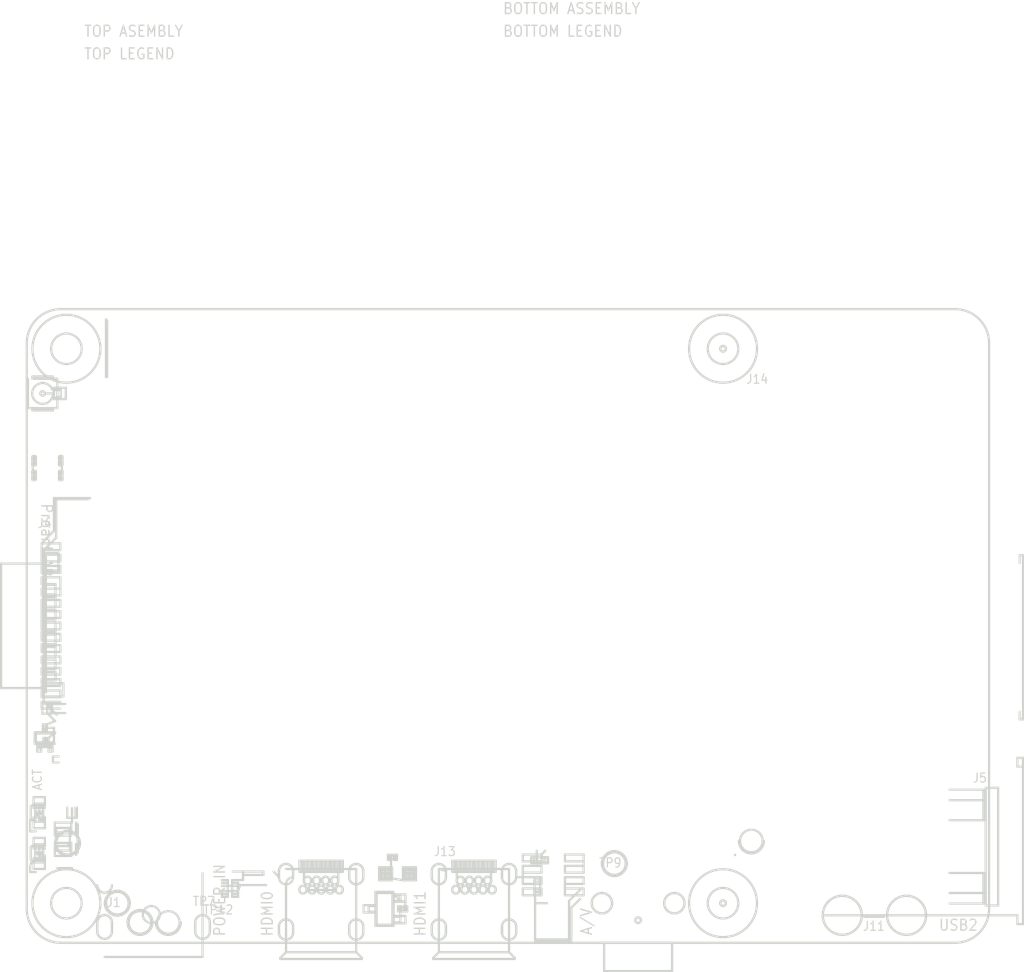
<source format=kicad_pcb>
(kicad_pcb (version 20240108) (generator "pcbnew") (generator_version "8.0")
  (layers (0 "F.Cu" signal) (31 "B.Cu" signal) (34 "B.Paste" user) (35 "F.Paste" user) (36 "B.SilkS" user "B.Silkscreen") (37 "F.SilkS" user "F.Silkscreen") (38 "B.Mask" user) (39 "F.Mask" user) (44 "Edge.Cuts" user))
  (net 0 "")
  (gr_line (start 46.325 95.515) (end 46.325 95.315) (stroke (width 0.2)) (layer "Edge.Cuts"))
  (gr_line (start 46.775 128.95) (end 46.975 129.2) (stroke (width 0.2)) (layer "Edge.Cuts"))
  (gr_line (start 76.075 134.6) (end 76.075 134.9) (stroke (width 0.2)) (layer "Edge.Cuts"))
  (gr_line (start 69.66 133.085) (end 69.66 133.015) (stroke (width 0.2)) (layer "Edge.Cuts"))
  (gr_line (start 83.56 132.285) (end 83.56 132.215) (stroke (width 0.2)) (layer "Edge.Cuts"))
  (gr_line (start 44.49 107.05) (end 44.49 106.45) (stroke (width 0.2)) (layer "Edge.Cuts"))
  (gr_line (start 82.36 131.49) (end 82.36 130.49) (stroke (width 0.2)) (layer "Edge.Cuts"))
  (gr_line (start 84.19 131.49) (end 84.19 132.285) (stroke (width 0.2)) (layer "Edge.Cuts"))
  (gr_line (start 68.29 132.215) (end 68.29 132.285) (stroke (width 0.2)) (layer "Edge.Cuts"))
  (gr_arc (start 49.4 135.95) (mid 50.05 135.3) (end 50.7 135.95) (stroke (width 0.2)) (layer "Edge.Cuts"))
  (gr_line (start 65.45 131.955) (end 64.975 131.45) (stroke (width 0.2)) (layer "Edge.Cuts"))
  (gr_line (start 75.675 129.975) (end 75.675 130.35) (stroke (width 0.2)) (layer "Edge.Cuts"))
  (gr_line (start 88.64 131.55) (end 86.99 131.55) (stroke (width 0.2)) (layer "Edge.Cuts"))
  (gr_line (start 44.86 115.24) (end 40.91 115.24) (stroke (width 0.2)) (layer "Edge.Cuts"))
  (gr_arc (start 67.66 132.215) (mid 67.975 131.9) (end 68.29 132.215) (stroke (width 0.2)) (layer "Edge.Cuts"))
  (gr_line (start 75.575 135.95) (end 76.175 135.95) (stroke (width 0.2)) (layer "Edge.Cuts"))
  (gr_line (start 44.49 108.05) (end 44.49 107.45) (stroke (width 0.2)) (layer "Edge.Cuts"))
  (gr_line (start 75.575 133.25) (end 73.975 133.25) (stroke (width 0.2)) (layer "Edge.Cuts"))
  (gr_line (start 69.26 132.285) (end 69.26 132.215) (stroke (width 0.2)) (layer "Edge.Cuts"))
  (gr_circle (center 104.675 134.25) (end 107.675 134.25) (stroke (width 0.2)) (fill none) (layer "Edge.Cuts"))
  (gr_line (start 61.31 132.205) (end 61.31 132.725) (stroke (width 0.2)) (layer "Edge.Cuts"))
  (gr_line (start 46.75 126.7) (end 46.75 125.8) (stroke (width 0.2)) (layer "Edge.Cuts"))
  (gr_line (start 66.075 131.23) (end 72.275 131.23) (stroke (width 0.2)) (layer "Edge.Cuts"))
  (gr_line (start 83.96 133.085) (end 83.96 133.015) (stroke (width 0.2)) (layer "Edge.Cuts"))
  (gr_arc (start 56.775 135.95) (mid 55.675 137.05) (end 54.575 135.95) (stroke (width 0.2)) (layer "Edge.Cuts"))
  (gr_arc (start 82.36 133.015) (mid 82.675 132.7) (end 82.99 133.015) (stroke (width 0.2)) (layer "Edge.Cuts"))
  (gr_line (start 76.625 134.125) (end 75.525 134.125) (stroke (width 0.2)) (layer "Edge.Cuts"))
  (gr_circle (center 107.175 128.75) (end 108.175 128.75) (stroke (width 0.2)) (fill none) (layer "Edge.Cuts"))
  (gr_arc (start 52.275 134.25) (mid 51.175 135.35) (end 50.075 134.25) (stroke (width 0.2)) (layer "Edge.Cuts"))
  (gr_circle (center 46.675 134.25) (end 49.675 134.25) (stroke (width 0.2)) (fill none) (layer "Edge.Cuts"))
  (gr_line (start 84.59 133.015) (end 84.59 133.085) (stroke (width 0.2)) (layer "Edge.Cuts"))
  (gr_line (start 46.14 112.45) (end 46.14 113.05) (stroke (width 0.2)) (layer "Edge.Cuts"))
  (gr_line (start 88.225 129.615) (end 88.225 130.7) (stroke (width 0.2)) (layer "Edge.Cuts"))
  (gr_line (start 86.4 131.955) (end 86.99 131.955) (stroke (width 0.2)) (layer "Edge.Cuts"))
  (gr_line (start 44.775 125.825) (end 43.775 125.825) (stroke (width 0.2)) (layer "Edge.Cuts"))
  (gr_line (start 46.14 115.05) (end 44.49 115.05) (stroke (width 0.2)) (layer "Edge.Cuts"))
  (gr_line (start 79.575 131.23) (end 80.2 131.405) (stroke (width 0.2)) (layer "Edge.Cuts"))
  (gr_line (start 46.14 113.05) (end 44.61 113.05) (stroke (width 0.2)) (layer "Edge.Cuts"))
  (gr_line (start 85.15 131.955) (end 85.15 131.405) (stroke (width 0.2)) (layer "Edge.Cuts"))
  (gr_line (start 44.49 114.45) (end 46.14 114.45) (stroke (width 0.2)) (layer "Edge.Cuts"))
  (gr_line (start 74.875 131.65) (end 74.63 131.65) (stroke (width 0.2)) (layer "Edge.Cuts"))
  (gr_line (start 68.86 131.49) (end 68.86 130.49) (stroke (width 0.2)) (layer "Edge.Cuts"))
  (gr_line (start 76.975 131.65) (end 76.73 131.65) (stroke (width 0.2)) (layer "Edge.Cuts"))
  (gr_line (start 43.675 96.085) (end 43.675 96.285) (stroke (width 0.2)) (layer "Edge.Cuts"))
  (gr_line (start 72.925 134.425) (end 74.025 134.425) (stroke (width 0.2)) (layer "Edge.Cuts"))
  (gr_line (start 69.89 132.215) (end 69.89 132.285) (stroke (width 0.2)) (layer "Edge.Cuts"))
  (gr_line (start 128.975 124.05) (end 128.975 134.45) (stroke (width 0.2)) (layer "Edge.Cuts"))
  (gr_line (start 46.625 88.7) (end 46.625 89.7) (stroke (width 0.2)) (layer "Edge.Cuts"))
  (gr_arc (start 70.69 132.285) (mid 70.375 132.6) (end 70.06 132.285) (stroke (width 0.2)) (layer "Edge.Cuts"))
  (gr_arc (start 68.06 133.015) (mid 68.375 132.7) (end 68.69 133.015) (stroke (width 0.2)) (layer "Edge.Cuts"))
  (gr_line (start 44.49 104.05) (end 44.49 103.45) (stroke (width 0.2)) (layer "Edge.Cuts"))
  (gr_line (start 43.675 95.45) (end 43.725 96.035) (stroke (width 0.2)) (layer "Edge.Cuts"))
  (gr_line (start 84.36 131.49) (end 83.96 131.49) (stroke (width 0.2)) (layer "Edge.Cuts"))
  (gr_line (start 43.975 127.9) (end 43.475 127.9) (stroke (width 0.2)) (layer "Edge.Cuts"))
  (gr_line (start 45.71 107.215) (end 44.61 107.215) (stroke (width 0.2)) (layer "Edge.Cuts"))
  (gr_line (start 46.975 127.6) (end 45.775 127.6) (stroke (width 0.2)) (layer "Edge.Cuts"))
  (gr_arc (start 50.7 136.75) (mid 50.05 137.4) (end 49.4 136.75) (stroke (width 0.2)) (layer "Edge.Cuts"))
  (gr_line (start 77.55 131.075) (end 76.4 131.075) (stroke (width 0.2)) (layer "Edge.Cuts"))
  (gr_line (start 45.025 119.75) (end 45.025 119.85) (stroke (width 0.2)) (layer "Edge.Cuts"))
  (gr_line (start 44.61 114.565) (end 45.71 114.565) (stroke (width 0.2)) (layer "Edge.Cuts"))
  (gr_line (start 44.775 129.425) (end 43.775 129.425) (stroke (width 0.2)) (layer "Edge.Cuts"))
  (gr_line (start 68.29 130.49) (end 68.29 131.49) (stroke (width 0.2)) (layer "Edge.Cuts"))
  (gr_line (start 75.875 130.425) (end 75.6 130.425) (stroke (width 0.2)) (layer "Edge.Cuts"))
  (gr_line (start 76.075 134.9) (end 76.675 134.9) (stroke (width 0.2)) (layer "Edge.Cuts"))
  (gr_line (start 88.54 132.975) (end 88.01 132.975) (stroke (width 0.2)) (layer "Edge.Cuts"))
  (gr_line (start 76.175 134.9) (end 76.175 135.45) (stroke (width 0.2)) (layer "Edge.Cuts"))
  (gr_line (start 43.925 96.035) (end 43.725 96.035) (stroke (width 0.2)) (layer "Edge.Cuts"))
  (gr_circle (center 104.675 85.25) (end 107.675 85.25) (stroke (width 0.2)) (fill none) (layer "Edge.Cuts"))
  (gr_line (start 46 121.285) (end 45.48 121.285) (stroke (width 0.2)) (layer "Edge.Cuts"))
  (gr_line (start 83.79 133.015) (end 83.79 133.085) (stroke (width 0.2)) (layer "Edge.Cuts"))
  (gr_line (start 54.275 135.95) (end 54.175 135.95) (stroke (width 0.2)) (layer "Edge.Cuts"))
  (gr_line (start 45.025 120.35) (end 45.025 119.75) (stroke (width 0.2)) (layer "Edge.Cuts"))
  (gr_line (start 46.14 116.05) (end 44.49 116.05) (stroke (width 0.2)) (layer "Edge.Cuts"))
  (gr_line (start 94.175 137.75) (end 94.175 140.25) (stroke (width 0.2)) (layer "Edge.Cuts"))
  (gr_arc (start 68.29 132.285) (mid 67.975 132.6) (end 67.66 132.285) (stroke (width 0.2)) (layer "Edge.Cuts"))
  (gr_line (start 43.675 96.085) (end 43.675 96.75) (stroke (width 0.2)) (layer "Edge.Cuts"))
  (gr_line (start 43.675 94.95) (end 43.975 94.95) (stroke (width 0.2)) (layer "Edge.Cuts"))
  (gr_arc (start 50.7 132.675) (mid 50.05 133.325) (end 49.4 132.675) (stroke (width 0.2)) (layer "Edge.Cuts"))
  (gr_line (start 61.31 133.695) (end 61.84 133.695) (stroke (width 0.2)) (layer "Edge.Cuts"))
  (gr_line (start 45.71 112.715) (end 44.61 112.715) (stroke (width 0.2)) (layer "Edge.Cuts"))
  (gr_line (start 74.63 131.25) (end 74.875 131.25) (stroke (width 0.2)) (layer "Edge.Cuts"))
  (gr_arc (start 65.45 131.405) (mid 66.075 130.78) (end 66.7 131.405) (stroke (width 0.2)) (layer "Edge.Cuts"))
  (gr_line (start 75.775 130.35) (end 75.775 130.05) (stroke (width 0.2)) (layer "Edge.Cuts"))
  (gr_arc (start 81.96 132.215) (mid 82.275 131.9) (end 82.59 132.215) (stroke (width 0.2)) (layer "Edge.Cuts"))
  (gr_line (start 92.36 131.55) (end 90.71 131.55) (stroke (width 0.2)) (layer "Edge.Cuts"))
  (gr_line (start 43.775 130.275) (end 44.775 130.275) (stroke (width 0.2)) (layer "Edge.Cuts"))
  (gr_line (start 69.66 133.085) (end 68.86 133.085) (stroke (width 0.2)) (layer "Edge.Cuts"))
  (gr_line (start 81.39 130.49) (end 81.39 131.49) (stroke (width 0.2)) (layer "Edge.Cuts"))
  (gr_line (start 43.975 96.15) (end 43.675 96.15) (stroke (width 0.2)) (layer "Edge.Cuts"))
  (gr_arc (start 71.65 136.305) (mid 72.275 135.68) (end 72.9 136.305) (stroke (width 0.2)) (layer "Edge.Cuts"))
  (gr_line (start 88.25 130.185) (end 87.73 130.185) (stroke (width 0.2)) (layer "Edge.Cuts"))
  (gr_line (start 44.875 119.15) (end 44.675 119.15) (stroke (width 0.2)) (layer "Edge.Cuts"))
  (gr_line (start 88.525 132.25) (end 88.525 133.25) (stroke (width 0.2)) (layer "Edge.Cuts"))
  (gr_line (start 73.375 135) (end 73.375 134.5) (stroke (width 0.2)) (layer "Edge.Cuts"))
  (gr_line (start 46.025 96.25) (end 46.075 96.565) (stroke (width 0.2)) (layer "Edge.Cuts"))
  (gr_line (start 47.1 130.075) (end 45.65 130.075) (stroke (width 0.2)) (layer "Edge.Cuts"))
  (gr_line (start 45.475 87.7) (end 45.475 87.9) (stroke (width 0.2)) (layer "Edge.Cuts"))
  (gr_line (start 60.41 133.2) (end 60.925 133.2) (stroke (width 0.2)) (layer "Edge.Cuts"))
  (gr_arc (start 43.725 95.035) (mid 43.689645 95.020355) (end 43.675 94.985) (stroke (width 0.2)) (layer "Edge.Cuts"))
  (gr_arc (start 68.46 132.215) (mid 68.775 131.9) (end 69.09 132.215) (stroke (width 0.2)) (layer "Edge.Cuts"))
  (gr_line (start 67.66 132.285) (end 67.66 131.49) (stroke (width 0.2)) (layer "Edge.Cuts"))
  (gr_line (start 44.675 118.75) (end 44.675 119.15) (stroke (width 0.2)) (layer "Edge.Cuts"))
  (gr_line (start 75.575 134.05) (end 76.175 134.05) (stroke (width 0.2)) (layer "Edge.Cuts"))
  (gr_line (start 72.9 131.405) (end 72.9 131.955) (stroke (width 0.2)) (layer "Edge.Cuts"))
  (gr_line (start 46.14 113.45) (end 46.14 114.05) (stroke (width 0.2)) (layer "Edge.Cuts"))
  (gr_arc (start 67.89 133.085) (mid 67.575 133.4) (end 67.26 133.085) (stroke (width 0.2)) (layer "Edge.Cuts"))
  (gr_line (start 69.89 130.49) (end 69.89 131.49) (stroke (width 0.2)) (layer "Edge.Cuts"))
  (gr_line (start 45.497 89.2) (end 44.775 89.2) (stroke (width 0.2)) (layer "Edge.Cuts"))
  (gr_line (start 61.31 132.725) (end 61.84 132.725) (stroke (width 0.2)) (layer "Edge.Cuts"))
  (gr_line (start 127.675 124.22) (end 124.675 124.22) (stroke (width 0.2)) (layer "Edge.Cuts"))
  (gr_line (start 84.19 130.49) (end 84.19 131.49) (stroke (width 0.2)) (layer "Edge.Cuts"))
  (gr_line (start 88.225 137.45) (end 91.075 137.45) (stroke (width 0.2)) (layer "Edge.Cuts"))
  (gr_line (start 76.175 133.55) (end 75.575 133.55) (stroke (width 0.2)) (layer "Edge.Cuts"))
  (gr_arc (start 82.36 132.588313) (mid 82.084673 132.535997) (end 81.96 132.285) (stroke (width 0.2)) (layer "Edge.Cuts"))
  (gr_line (start 70.06 132.285) (end 70.06 132.215) (stroke (width 0.2)) (layer "Edge.Cuts"))
  (gr_arc (start 81.56 133.015) (mid 81.875 132.7) (end 82.19 133.015) (stroke (width 0.2)) (layer "Edge.Cuts"))
  (gr_line (start 70.46 130.49) (end 70.69 130.49) (stroke (width 0.2)) (layer "Edge.Cuts"))
  (gr_line (start 74.025 135.075) (end 72.925 135.075) (stroke (width 0.2)) (layer "Edge.Cuts"))
  (gr_line (start 44.49 116.05) (end 44.49 115.45) (stroke (width 0.2)) (layer "Edge.Cuts"))
  (gr_line (start 81.56 133.015) (end 81.39 133.015) (stroke (width 0.2)) (layer "Edge.Cuts"))
  (gr_line (start 88.64 132.55) (end 86.99 132.55) (stroke (width 0.2)) (layer "Edge.Cuts"))
  (gr_line (start 44.625 130.65) (end 44.775 130.275) (stroke (width 0.2)) (layer "Edge.Cuts"))
  (gr_line (start 86.99 133.55) (end 86.99 132.95) (stroke (width 0.2)) (layer "Edge.Cuts"))
  (gr_line (start 62.275 132.205) (end 62.275 131.45) (stroke (width 0.2)) (layer "Edge.Cuts"))
  (gr_arc (start 71.65 131.405) (mid 72.275 130.78) (end 72.9 131.405) (stroke (width 0.2)) (layer "Edge.Cuts"))
  (gr_line (start 91.075 134.05) (end 92.175 132.95) (stroke (width 0.2)) (layer "Edge.Cuts"))
  (gr_line (start 81.79 130.49) (end 81.79 131.49) (stroke (width 0.2)) (layer "Edge.Cuts"))
  (gr_line (start 56.775 135.95) (end 56.675 135.95) (stroke (width 0.2)) (layer "Edge.Cuts"))
  (gr_arc (start 67.89 133.085) (mid 67.575 133.4) (end 67.26 133.085) (stroke (width 0.2)) (layer "Edge.Cuts"))
  (gr_line (start 75.275 131.65) (end 75.03 131.65) (stroke (width 0.2)) (layer "Edge.Cuts"))
  (gr_arc (start 86.4 131.955) (mid 85.775 132.58) (end 85.15 131.955) (stroke (width 0.2)) (layer "Edge.Cuts"))
  (gr_line (start 44.1 120.85) (end 44.45 120.85) (stroke (width 0.2)) (layer "Edge.Cuts"))
  (gr_circle (center 97.175 135.75) (end 97.425 135.75) (stroke (width 0.2)) (fill none) (layer "Edge.Cuts"))
  (gr_line (start 61.325 132.45) (end 61.84 132.45) (stroke (width 0.2)) (layer "Edge.Cuts"))
  (gr_line (start 76.25 134.975) (end 75.975 134.975) (stroke (width 0.2)) (layer "Edge.Cuts"))
  (gr_circle (center 100.375 134.25) (end 101.275 134.25) (stroke (width 0.2)) (fill none) (layer "Edge.Cuts"))
  (gr_line (start 86.99 131.95) (end 86.99 131.55) (stroke (width 0.2)) (layer "Edge.Cuts"))
  (gr_line (start 44.49 116.45) (end 46.14 116.45) (stroke (width 0.2)) (layer "Edge.Cuts"))
  (gr_line (start 43.975 95.45) (end 43.975 94.85) (stroke (width 0.2)) (layer "Edge.Cuts"))
  (gr_line (start 76.5 134.975) (end 76.575 134.9) (stroke (width 0.2)) (layer "Edge.Cuts"))
  (gr_line (start 43.925 96.565) (end 43.925 96.25) (stroke (width 0.2)) (layer "Edge.Cuts"))
  (gr_line (start 83.39 132.215) (end 83.39 132.285) (stroke (width 0.2)) (layer "Edge.Cuts"))
  (gr_line (start 43.725 96.335) (end 43.925 96.335) (stroke (width 0.2)) (layer "Edge.Cuts"))
  (gr_line (start 47.525 127.125) (end 47.675 127.3) (stroke (width 0.2)) (layer "Edge.Cuts"))
  (gr_circle (center 120.885 135.32) (end 122.61 135.32) (stroke (width 0.2)) (fill none) (layer "Edge.Cuts"))
  (gr_line (start 67.26 133.085) (end 67.26 133.015) (stroke (width 0.2)) (layer "Edge.Cuts"))
  (gr_line (start 44.49 112.45) (end 46.14 112.45) (stroke (width 0.2)) (layer "Edge.Cuts"))
  (gr_line (start 84.59 133.015) (end 84.59 133.085) (stroke (width 0.2)) (layer "Edge.Cuts"))
  (gr_line (start 72.9 131.405) (end 72.9 131.955) (stroke (width 0.2)) (layer "Edge.Cuts"))
  (gr_line (start 82.36 133.085) (end 82.36 133.015) (stroke (width 0.2)) (layer "Edge.Cuts"))
  (gr_line (start 74.3 131.075) (end 74.3 132.225) (stroke (width 0.2)) (layer "Edge.Cuts"))
  (gr_circle (center 76.575 131.25) (end 76.73 131.25) (stroke (width 0.2)) (fill none) (layer "Edge.Cuts"))
  (gr_line (start 68.29 132.215) (end 68.46 132.215) (stroke (width 0.2)) (layer "Edge.Cuts"))
  (gr_line (start 67.66 130.49) (end 67.89 130.49) (stroke (width 0.2)) (layer "Edge.Cuts"))
  (gr_line (start 46.275 96.565) (end 46.075 96.565) (stroke (width 0.2)) (layer "Edge.Cuts"))
  (gr_line (start 46.075 95.365) (end 46.075 95.35) (stroke (width 0.2)) (layer "Edge.Cuts"))
  (gr_arc (start 78.95 136.305) (mid 79.575 135.68) (end 80.2 136.305) (stroke (width 0.2)) (layer "Edge.Cuts"))
  (gr_circle (center 46.775 128.95) (end 47.775 128.95) (stroke (width 0.2)) (fill none) (layer "Edge.Cuts"))
  (gr_line (start 44.625 129.25) (end 44.275 129.25) (stroke (width 0.2)) (layer "Edge.Cuts"))
  (gr_line (start 131.175 121.4) (end 130.675 121.4) (stroke (width 0.2)) (layer "Edge.Cuts"))
  (gr_circle (center 100.375 134.25) (end 101.275 134.25) (stroke (width 0.2)) (fill none) (layer "Edge.Cuts"))
  (gr_line (start 44.65 120.45) (end 44.65 119.85) (stroke (width 0.2)) (layer "Edge.Cuts"))
  (gr_line (start 131.175 118) (end 130.875 118) (stroke (width 0.2)) (layer "Edge.Cuts"))
  (gr_line (start 69.26 130.49) (end 69.49 130.49) (stroke (width 0.2)) (layer "Edge.Cuts"))
  (gr_arc (start 71.65 131.405) (mid 72.275 130.78) (end 72.9 131.405) (stroke (width 0.2)) (layer "Edge.Cuts"))
  (gr_line (start 127.675 126.92) (end 127.675 124.22) (stroke (width 0.2)) (layer "Edge.Cuts"))
  (gr_line (start 45.1 120.85) (end 45.45 120.85) (stroke (width 0.2)) (layer "Edge.Cuts"))
  (gr_line (start 69.09 131.49) (end 68.69 131.49) (stroke (width 0.2)) (layer "Edge.Cuts"))
  (gr_line (start 43.775 125.825) (end 43.775 124.875) (stroke (width 0.2)) (layer "Edge.Cuts"))
  (gr_line (start 127.875 125.15) (end 127.875 124.05) (stroke (width 0.2)) (layer "Edge.Cuts"))
  (gr_line (start 45.45 120.85) (end 45.45 120.05) (stroke (width 0.2)) (layer "Edge.Cuts"))
  (gr_line (start 45.1 120.05) (end 45.1 120.85) (stroke (width 0.2)) (layer "Edge.Cuts"))
  (gr_line (start 90.71 129.95) (end 92.36 129.95) (stroke (width 0.2)) (layer "Edge.Cuts"))
  (gr_arc (start 46.075 96.865) (mid 46.039645 96.850355) (end 46.025 96.815) (stroke (width 0.2)) (layer "Edge.Cuts"))
  (gr_line (start 82.59 132.215) (end 82.59 132.285) (stroke (width 0.2)) (layer "Edge.Cuts"))
  (gr_line (start 44.49 102.45) (end 46.14 102.45) (stroke (width 0.2)) (layer "Edge.Cuts"))
  (gr_line (start 76.175 134.05) (end 75.475 133.35) (stroke (width 0.2)) (layer "Edge.Cuts"))
  (gr_line (start 47.675 127.3) (end 47.675 129.8) (stroke (width 0.2)) (layer "Edge.Cuts"))
  (gr_line (start 88.975 129.6) (end 88.64 129.95) (stroke (width 0.2)) (layer "Edge.Cuts"))
  (gr_line (start 43.725 95.035) (end 43.925 95.035) (stroke (width 0.2)) (layer "Edge.Cuts"))
  (gr_line (start 45.275 117.45) (end 45.275 116.65) (stroke (width 0.2)) (layer "Edge.Cuts"))
  (gr_line (start 105.74 129.975) (end 105.725 130) (stroke (width 0.2)) (layer "Edge.Cuts"))
  (gr_circle (center 115.205 135.32) (end 116.93 135.32) (stroke (width 0.2)) (fill none) (layer "Edge.Cuts"))
  (gr_line (start 94.175 140.25) (end 100.175 140.25) (stroke (width 0.2)) (layer "Edge.Cuts"))
  (gr_line (start 50.275 82.75) (end 50.275 87.75) (stroke (width 0.2)) (layer "Edge.Cuts"))
  (gr_arc (start 69.09 132.285) (mid 68.775 132.6) (end 68.46 132.285) (stroke (width 0.2)) (layer "Edge.Cuts"))
  (gr_line (start 65.45 136.855) (end 65.45 136.305) (stroke (width 0.2)) (layer "Edge.Cuts"))
  (gr_arc (start 82.76 132.215) (mid 83.075 131.9) (end 83.39 132.215) (stroke (width 0.2)) (layer "Edge.Cuts"))
  (gr_line (start 46.14 115.45) (end 46.14 116.05) (stroke (width 0.2)) (layer "Edge.Cuts"))
  (gr_arc (start 46.275 94.935) (mid 46.325 94.985) (end 46.275 95.035) (stroke (width 0.2)) (layer "Edge.Cuts"))
  (gr_line (start 45.175 120.55) (end 45.175 120.25) (stroke (width 0.2)) (layer "Edge.Cuts"))
  (gr_arc (start 46.175 137.75) (mid 44.05368 136.87132) (end 43.175 134.75) (stroke (width 0.2)) (layer "Edge.Cuts"))
  (gr_line (start 46.075 96.335) (end 46.275 96.335) (stroke (width 0.2)) (layer "Edge.Cuts"))
  (gr_arc (start 128.175 134.75) (mid 127.29632 136.87132) (end 125.175 137.75) (stroke (width 0.2)) (layer "Edge.Cuts"))
  (gr_line (start 46.025 94.95) (end 46.275 94.95) (stroke (width 0.2)) (layer "Edge.Cuts"))
  (gr_line (start 44.275 130.35) (end 44.275 129.75) (stroke (width 0.2)) (layer "Edge.Cuts"))
  (gr_line (start 72.9 136.305) (end 72.9 136.855) (stroke (width 0.2)) (layer "Edge.Cuts"))
  (gr_line (start 61.825 132.7) (end 61.325 132.7) (stroke (width 0.2)) (layer "Edge.Cuts"))
  (gr_line (start 92.36 132.95) (end 92.36 133.55) (stroke (width 0.2)) (layer "Edge.Cuts"))
  (gr_line (start 43.975 94.85) (end 43.675 94.85) (stroke (width 0.2)) (layer "Edge.Cuts"))
  (gr_line (start 86.99 129.95) (end 88.64 129.95) (stroke (width 0.2)) (layer "Edge.Cuts"))
  (gr_line (start 44.61 111.615) (end 44.61 112.05) (stroke (width 0.2)) (layer "Edge.Cuts"))
  (gr_arc (start 83.79 133.085) (mid 83.475 133.4) (end 83.16 133.085) (stroke (width 0.2)) (layer "Edge.Cuts"))
  (gr_line (start 86.275 139.08) (end 85.775 138.58) (stroke (width 0.2)) (layer "Edge.Cuts"))
  (gr_line (start 46.14 103.05) (end 44.49 103.05) (stroke (width 0.2)) (layer "Edge.Cuts"))
  (gr_line (start 88.64 133.55) (end 86.99 133.55) (stroke (width 0.2)) (layer "Edge.Cuts"))
  (gr_line (start 76.4 132.225) (end 76.575 132.05) (stroke (width 0.2)) (layer "Edge.Cuts"))
  (gr_line (start 43.675 96.615) (end 43.675 96.815) (stroke (width 0.2)) (layer "Edge.Cuts"))
  (gr_line (start 75.075 129.975) (end 75.35 129.975) (stroke (width 0.2)) (layer "Edge.Cuts"))
  (gr_line (start 76.775 134.525) (end 76.775 134.975) (stroke (width 0.2)) (layer "Edge.Cuts"))
  (gr_line (start 44.775 102.15) (end 44.49 102.45) (stroke (width 0.2)) (layer "Edge.Cuts"))
  (gr_line (start 43.975 129.75) (end 44.275 130.05) (stroke (width 0.2)) (layer "Edge.Cuts"))
  (gr_line (start 76.625 135.375) (end 76.625 136.025) (stroke (width 0.2)) (layer "Edge.Cuts"))
  (gr_line (start 43.925 129.05) (end 44.625 129.05) (stroke (width 0.2)) (layer "Edge.Cuts"))
  (gr_line (start 44.61 106.965) (end 45.71 106.965) (stroke (width 0.2)) (layer "Edge.Cuts"))
  (gr_line (start 45.65 128.275) (end 45.65 127.125) (stroke (width 0.2)) (layer "Edge.Cuts"))
  (gr_circle (center 77.375 132.05) (end 77.53 132.05) (stroke (width 0.2)) (fill none) (layer "Edge.Cuts"))
  (gr_line (start 59.35 135.95) (end 59.35 136.75) (stroke (width 0.2)) (layer "Edge.Cuts"))
  (gr_line (start 86.99 132.55) (end 86.99 131.955) (stroke (width 0.2)) (layer "Edge.Cuts"))
  (gr_arc (start 43.725 96.335) (mid 43.689645 96.320355) (end 43.675 96.285) (stroke (width 0.2)) (layer "Edge.Cuts"))
  (gr_line (start 46.14 111.05) (end 44.61 111.05) (stroke (width 0.2)) (layer "Edge.Cuts"))
  (gr_line (start 83.79 130.49) (end 83.79 131.49) (stroke (width 0.2)) (layer "Edge.Cuts"))
  (gr_circle (center 74.475 131.25) (end 74.63 131.25) (stroke (width 0.2)) (fill none) (layer "Edge.Cuts"))
  (gr_line (start 85.15 136.855) (end 85.15 136.305) (stroke (width 0.2)) (layer "Edge.Cuts"))
  (gr_line (start 45.71 108.315) (end 44.61 108.315) (stroke (width 0.2)) (layer "Edge.Cuts"))
  (gr_line (start 81.79 132.215) (end 81.79 132.285) (stroke (width 0.2)) (layer "Edge.Cuts"))
  (gr_line (start 69.26 131.49) (end 69.26 130.49) (stroke (width 0.2)) (layer "Edge.Cuts"))
  (gr_line (start 40.91 115.24) (end 40.91 104.24) (stroke (width 0.2)) (layer "Edge.Cuts"))
  (gr_line (start 46.075 95.035) (end 46.275 95.035) (stroke (width 0.2)) (layer "Edge.Cuts"))
  (gr_line (start 44.275 130.05) (end 44.275 130.35) (stroke (width 0.2)) (layer "Edge.Cuts"))
  (gr_line (start 45.4 116.6) (end 46.15 116.6) (stroke (width 0.2)) (layer "Edge.Cuts"))
  (gr_line (start 130.675 135.32) (end 113.475 135.32) (stroke (width 0.2)) (layer "Edge.Cuts"))
  (gr_line (start 45.65 128.925) (end 45.775 129.6) (stroke (width 0.2)) (layer "Edge.Cuts"))
  (gr_line (start 71.09 133.015) (end 71.09 133.085) (stroke (width 0.2)) (layer "Edge.Cuts"))
  (gr_arc (start 50.7 132.675) (mid 50.05 133.325) (end 49.4 132.675) (stroke (width 0.2)) (layer "Edge.Cuts"))
  (gr_line (start 88.01 133.495) (end 88.54 133.495) (stroke (width 0.2)) (layer "Edge.Cuts"))
  (gr_line (start 84.59 131.49) (end 84.19 131.49) (stroke (width 0.2)) (layer "Edge.Cuts"))
  (gr_line (start 74.3 131.075) (end 74.475 131.25) (stroke (width 0.2)) (layer "Edge.Cuts"))
  (gr_line (start 46.14 104.45) (end 46.14 105.05) (stroke (width 0.2)) (layer "Edge.Cuts"))
  (gr_line (start 118.875 135.45) (end 117.275 135.45) (stroke (width 0.2)) (layer "Edge.Cuts"))
  (gr_line (start 88.025 132.25) (end 88.525 132.25) (stroke (width 0.2)) (layer "Edge.Cuts"))
  (gr_line (start 44.55 117.5) (end 45.4 117.5) (stroke (width 0.2)) (layer "Edge.Cuts"))
  (gr_line (start 71.09 133.015) (end 71.09 133.085) (stroke (width 0.2)) (layer "Edge.Cuts"))
  (gr_line (start 44.49 113.45) (end 46.14 113.45) (stroke (width 0.2)) (layer "Edge.Cuts"))
  (gr_line (start 44.575 126.15) (end 43.975 126.15) (stroke (width 0.2)) (layer "Edge.Cuts"))
  (gr_line (start 69.89 132.215) (end 69.89 132.285) (stroke (width 0.2)) (layer "Edge.Cuts"))
  (gr_line (start 81.16 132.285) (end 81.16 131.49) (stroke (width 0.2)) (layer "Edge.Cuts"))
  (gr_line (start 88.01 132.005) (end 88.01 132.525) (stroke (width 0.2)) (layer "Edge.Cuts"))
  (gr_line (start 44.49 117.05) (end 44.49 116.45) (stroke (width 0.2)) (layer "Edge.Cuts"))
  (gr_arc (start 82.59 132.285) (mid 82.275 132.6) (end 81.96 132.285) (stroke (width 0.2)) (layer "Edge.Cuts"))
  (gr_line (start 44.375 120.55) (end 44.175 120.55) (stroke (width 0.2)) (layer "Edge.Cuts"))
  (gr_line (start 45.775 127.6) (end 45.775 129.6) (stroke (width 0.2)) (layer "Edge.Cuts"))
  (gr_line (start 75.575 133.35) (end 74.075 133.35) (stroke (width 0.2)) (layer "Edge.Cuts"))
  (gr_line (start 44.86 115.24) (end 44.49 115.05) (stroke (width 0.2)) (layer "Edge.Cuts"))
  (gr_line (start 69.49 133.015) (end 69.49 133.085) (stroke (width 0.2)) (layer "Edge.Cuts"))
  (gr_arc (start 81.39 133.085) (mid 81.075 133.4) (end 80.76 133.085) (stroke (width 0.2)) (layer "Edge.Cuts"))
  (gr_line (start 75.03 132.05) (end 75.175 132.05) (stroke (width 0.2)) (layer "Edge.Cuts"))
  (gr_arc (start 85.15 131.405) (mid 85.775 130.78) (end 86.4 131.405) (stroke (width 0.2)) (layer "Edge.Cuts"))
  (gr_line (start 46.14 114.45) (end 46.14 115.05) (stroke (width 0.2)) (layer "Edge.Cuts"))
  (gr_line (start 45.446827 88.9) (end 46.175 88.9) (stroke (width 0.2)) (layer "Edge.Cuts"))
  (gr_line (start 76.73 132.05) (end 76.975 132.05) (stroke (width 0.2)) (layer "Edge.Cuts"))
  (gr_line (start 92.36 131.95) (end 92.36 132.55) (stroke (width 0.2)) (layer "Edge.Cuts"))
  (gr_line (start 66.075 138.58) (end 66.075 132.579998) (stroke (width 0.2)) (layer "Edge.Cuts"))
  (gr_line (start 90.71 131.95) (end 92.36 131.95) (stroke (width 0.2)) (layer "Edge.Cuts"))
  (gr_line (start 67.66 131.49) (end 67.26 131.49) (stroke (width 0.2)) (layer "Edge.Cuts"))
  (gr_line (start 86.4 136.305) (end 86.4 136.855) (stroke (width 0.2)) (layer "Edge.Cuts"))
  (gr_line (start 75.35 129.975) (end 75.35 131.075) (stroke (width 0.2)) (layer "Edge.Cuts"))
  (gr_arc (start 66.7 136.855) (mid 66.075 137.48) (end 65.45 136.855) (stroke (width 0.2)) (layer "Edge.Cuts"))
  (gr_line (start 60.925 132.45) (end 60.925 133.45) (stroke (width 0.2)) (layer "Edge.Cuts"))
  (gr_arc (start 43.925 94.735) (mid 43.960355 94.749645) (end 43.975 94.785) (stroke (width 0.2)) (layer "Edge.Cuts"))
  (gr_line (start 44.775 129.2) (end 43.625 129.2) (stroke (width 0.2)) (layer "Edge.Cuts"))
  (gr_line (start 44.49 109.05) (end 44.49 108.065) (stroke (width 0.2)) (layer "Edge.Cuts"))
  (gr_line (start 44.61 109.415) (end 44.61 110.05) (stroke (width 0.2)) (layer "Edge.Cuts"))
  (gr_line (start 71.65 136.855) (end 71.65 136.305) (stroke (width 0.2)) (layer "Edge.Cuts"))
  (gr_line (start 45.575 98.45) (end 45.575 101.35) (stroke (width 0.2)) (layer "Edge.Cuts"))
  (gr_line (start 43.975 95.515) (end 43.975 95.35) (stroke (width 0.2)) (layer "Edge.Cuts"))
  (gr_circle (center 74.475 131.65) (end 74.63 131.65) (stroke (width 0.2)) (fill none) (layer "Edge.Cuts"))
  (gr_line (start 46.14 107.45) (end 46.14 108.05) (stroke (width 0.2)) (layer "Edge.Cuts"))
  (gr_line (start 44.625 129.25) (end 44.775 129.425) (stroke (width 0.2)) (layer "Edge.Cuts"))
  (gr_line (start 83.16 131.49) (end 83.16 130.49) (stroke (width 0.2)) (layer "Edge.Cuts"))
  (gr_line (start 131.175 136.1) (end 130.675 136.1) (stroke (width 0.2)) (layer "Edge.Cuts"))
  (gr_line (start 70.29 130.49) (end 70.29 131.49) (stroke (width 0.2)) (layer "Edge.Cuts"))
  (gr_line (start 44.975 117.45) (end 45.675 118.15) (stroke (width 0.2)) (layer "Edge.Cuts"))
  (gr_line (start 130.675 122.18) (end 131.175 122.18) (stroke (width 0.2)) (layer "Edge.Cuts"))
  (gr_line (start 92.36 130.95) (end 92.36 130.55) (stroke (width 0.2)) (layer "Edge.Cuts"))
  (gr_line (start 60.425 132.7) (end 60.94 132.7) (stroke (width 0.2)) (layer "Edge.Cuts"))
  (gr_line (start 88.225 134.25) (end 89.125 134.25) (stroke (width 0.2)) (layer "Edge.Cuts"))
  (gr_line (start 80.76 133.085) (end 80.76 133.015) (stroke (width 0.2)) (layer "Edge.Cuts"))
  (gr_line (start 43.675 90.7) (end 43.675 90.5) (stroke (width 0.2)) (layer "Edge.Cuts"))
  (gr_line (start 88.64 129.95) (end 88.64 130.55) (stroke (width 0.2)) (layer "Edge.Cuts"))
  (gr_line (start 43.775 126.675) (end 44.775 126.675) (stroke (width 0.2)) (layer "Edge.Cuts"))
  (gr_arc (start 65.45 136.305) (mid 66.075 135.68) (end 66.7 136.305) (stroke (width 0.2)) (layer "Edge.Cuts"))
  (gr_line (start 61.325 133.45) (end 61.325 132.45) (stroke (width 0.2)) (layer "Edge.Cuts"))
  (gr_line (start 44.49 115.45) (end 46.14 115.45) (stroke (width 0.2)) (layer "Edge.Cuts"))
  (gr_line (start 44.275 129.75) (end 44.275 129.25) (stroke (width 0.2)) (layer "Edge.Cuts"))
  (gr_arc (start 86.4 136.855) (mid 85.775 137.48) (end 85.15 136.855) (stroke (width 0.2)) (layer "Edge.Cuts"))
  (gr_line (start 45.675 119.15) (end 45.1 119.65) (stroke (width 0.2)) (layer "Edge.Cuts"))
  (gr_line (start 78.95 131.955) (end 78.95 131.405) (stroke (width 0.2)) (layer "Edge.Cuts"))
  (gr_line (start 88.025 133) (end 88.025 133.25) (stroke (width 0.2)) (layer "Edge.Cuts"))
  (gr_line (start 43.925 127.05) (end 43.925 125.45) (stroke (width 0.2)) (layer "Edge.Cuts"))
  (gr_line (start 69.66 131.49) (end 69.66 130.49) (stroke (width 0.2)) (layer "Edge.Cuts"))
  (gr_line (start 44.49 109.45) (end 46.14 109.45) (stroke (width 0.2)) (layer "Edge.Cuts"))
  (gr_line (start 47.1 128.275) (end 45.65 128.275) (stroke (width 0.2)) (layer "Edge.Cuts"))
  (gr_line (start 45.71 106.115) (end 44.61 106.115) (stroke (width 0.2)) (layer "Edge.Cuts"))
  (gr_line (start 45.71 110.515) (end 44.61 110.515) (stroke (width 0.2)) (layer "Edge.Cuts"))
  (gr_line (start 74.63 132.05) (end 74.875 132.05) (stroke (width 0.2)) (layer "Edge.Cuts"))
  (gr_line (start 47.525 128.075) (end 47.525 127.125) (stroke (width 0.2)) (layer "Edge.Cuts"))
  (gr_line (start 90.71 132.55) (end 90.71 131.95) (stroke (width 0.2)) (layer "Edge.Cuts"))
  (gr_line (start 47.175 131.15) (end 45.875 131.15) (stroke (width 0.2)) (layer "Edge.Cuts"))
  (gr_arc (start 85.15 136.305) (mid 85.775 135.68) (end 86.4 136.305) (stroke (width 0.2)) (layer "Edge.Cuts"))
  (gr_line (start 44.875 118.45) (end 44.6 118.45) (stroke (width 0.2)) (layer "Edge.Cuts"))
  (gr_line (start 45.575 89.7) (end 45.575 88.7) (stroke (width 0.2)) (layer "Edge.Cuts"))
  (gr_line (start 43.775 128.475) (end 44.775 128.475) (stroke (width 0.2)) (layer "Edge.Cuts"))
  (gr_line (start 45.4 116.6) (end 44.55 116.6) (stroke (width 0.2)) (layer "Edge.Cuts"))
  (gr_line (start 46.325 96.815) (end 46.325 96.615) (stroke (width 0.2)) (layer "Edge.Cuts"))
  (gr_line (start 76.775 134.975) (end 76.5 134.975) (stroke (width 0.2)) (layer "Edge.Cuts"))
  (gr_line (start 67.49 130.49) (end 67.49 131.49) (stroke (width 0.2)) (layer "Edge.Cuts"))
  (gr_line (start 74.025 134.425) (end 74.025 135.075) (stroke (width 0.2)) (layer "Edge.Cuts"))
  (gr_line (start 75.175 130.05) (end 75.6 129.975) (stroke (width 0.2)) (layer "Edge.Cuts"))
  (gr_line (start 43.625 125.6) (end 43.525 125.7) (stroke (width 0.2)) (layer "Edge.Cuts"))
  (gr_line (start 67.89 133.015) (end 67.89 133.085) (stroke (width 0.2)) (layer "Edge.Cuts"))
  (gr_line (start 44.975 116.65) (end 44.975 117.45) (stroke (width 0.2)) (layer "Edge.Cuts"))
  (gr_line (start 46.14 111.45) (end 46.14 112.05) (stroke (width 0.2)) (layer "Edge.Cuts"))
  (gr_line (start 84.36 131.49) (end 84.36 130.49) (stroke (width 0.2)) (layer "Edge.Cuts"))
  (gr_line (start 46.14 104.05) (end 44.49 104.05) (stroke (width 0.2)) (layer "Edge.Cuts"))
  (gr_line (start 45.775 129.6) (end 46.975 129.6) (stroke (width 0.2)) (layer "Edge.Cuts"))
  (gr_arc (start 80.2 131.955) (mid 79.575 132.58) (end 78.95 131.955) (stroke (width 0.2)) (layer "Edge.Cuts"))
  (gr_line (start 82.36 131.49) (end 81.96 131.49) (stroke (width 0.2)) (layer "Edge.Cuts"))
  (gr_line (start 75.575 135.95) (end 75.525 136.025) (stroke (width 0.2)) (layer "Edge.Cuts"))
  (gr_line (start 80.76 133.085) (end 80.76 133.015) (stroke (width 0.2)) (layer "Edge.Cuts"))
  (gr_line (start 80.76 131.49) (end 80.76 130.49) (stroke (width 0.2)) (layer "Edge.Cuts"))
  (gr_line (start 70.46 133.085) (end 70.46 133.015) (stroke (width 0.2)) (layer "Edge.Cuts"))
  (gr_line (start 76.5 134.975) (end 76.5 134.525) (stroke (width 0.2)) (layer "Edge.Cuts"))
  (gr_line (start 75.175 132.05) (end 75.275 132.05) (stroke (width 0.2)) (layer "Edge.Cuts"))
  (gr_arc (start 68.86 133.015) (mid 69.175 132.7) (end 69.49 133.015) (stroke (width 0.2)) (layer "Edge.Cuts"))
  (gr_line (start 88.075 137.55) (end 91.275 137.55) (stroke (width 0.2)) (layer "Edge.Cuts"))
  (gr_line (start 82.19 133.015) (end 82.19 133.085) (stroke (width 0.2)) (layer "Edge.Cuts"))
  (gr_arc (start 68.29 132.285) (mid 67.975 132.6) (end 67.66 132.285) (stroke (width 0.2)) (layer "Edge.Cuts"))
  (gr_line (start 82.19 133.015) (end 82.19 133.085) (stroke (width 0.2)) (layer "Edge.Cuts"))
  (gr_arc (start 75.175 132.05) (mid 75.275 131.95) (end 75.375 132.05) (stroke (width 0.2)) (layer "Edge.Cuts"))
  (gr_line (start 43.975 131.5) (end 43.475 131.5) (stroke (width 0.2)) (layer "Edge.Cuts"))
  (gr_line (start 100.175 137.75) (end 94.175 137.75) (stroke (width 0.2)) (layer "Edge.Cuts"))
  (gr_line (start 76.25 134.975) (end 76.5 134.975) (stroke (width 0.2)) (layer "Edge.Cuts"))
  (gr_line (start 91.275 134.65) (end 92.075 133.85) (stroke (width 0.2)) (layer "Edge.Cuts"))
  (gr_line (start 43.525 130.4) (end 43.625 130.5) (stroke (width 0.2)) (layer "Edge.Cuts"))
  (gr_line (start 44.49 114.815) (end 44.49 114.45) (stroke (width 0.2)) (layer "Edge.Cuts"))
  (gr_line (start 86.99 130.55) (end 86.99 129.95) (stroke (width 0.2)) (layer "Edge.Cuts"))
  (gr_line (start 83.16 133.085) (end 83.16 133.015) (stroke (width 0.2)) (layer "Edge.Cuts"))
  (gr_line (start 88.075 133.85) (end 88.075 137.55) (stroke (width 0.2)) (layer "Edge.Cuts"))
  (gr_line (start 45.71 109.165) (end 45.71 108.315) (stroke (width 0.2)) (layer "Edge.Cuts"))
  (gr_arc (start 46.325 96.815) (mid 46.310355 96.850355) (end 46.275 96.865) (stroke (width 0.2)) (layer "Edge.Cuts"))
  (gr_line (start 45.45 120.05) (end 45.1 120.05) (stroke (width 0.2)) (layer "Edge.Cuts"))
  (gr_line (start 88.025 133) (end 88.525 133) (stroke (width 0.2)) (layer "Edge.Cuts"))
  (gr_line (start 68.06 130.49) (end 68.29 130.49) (stroke (width 0.2)) (layer "Edge.Cuts"))
  (gr_line (start 75.43 132.05) (end 76.4 132.225) (stroke (width 0.2)) (layer "Edge.Cuts"))
  (gr_arc (start 43.925 95.465) (mid 43.975 95.515) (end 43.925 95.565) (stroke (width 0.2)) (layer "Edge.Cuts"))
  (gr_arc (start 70.29 133.085) (mid 69.975 133.4) (end 69.66 133.085) (stroke (width 0.2)) (layer "Edge.Cuts"))
  (gr_arc (start 80.76 133.015) (mid 81.075 132.7) (end 81.39 133.015) (stroke (width 0.2)) (layer "Edge.Cuts"))
  (gr_line (start 45.675 119.15) (end 43.875 119.15) (stroke (width 0.2)) (layer "Edge.Cuts"))
  (gr_arc (start 71.09 133.085) (mid 70.775 133.4) (end 70.46 133.085) (stroke (width 0.2)) (layer "Edge.Cuts"))
  (gr_line (start 44.65 120.175) (end 44.725 120.25) (stroke (width 0.2)) (layer "Edge.Cuts"))
  (gr_line (start 45.45 120.05) (end 45.175 120.15) (stroke (width 0.2)) (layer "Edge.Cuts"))
  (gr_line (start 76.25 134.525) (end 76.25 134.975) (stroke (width 0.2)) (layer "Edge.Cuts"))
  (gr_line (start 44.675 103.05) (end 44.675 116.45) (stroke (width 0.2)) (layer "Edge.Cuts"))
  (gr_line (start 44.95 119.25) (end 44.95 118.45) (stroke (width 0.2)) (layer "Edge.Cuts"))
  (gr_line (start 84.36 130.49) (end 84.59 130.49) (stroke (width 0.2)) (layer "Edge.Cuts"))
  (gr_line (start 43.675 95.45) (end 43.925 95.45) (stroke (width 0.2)) (layer "Edge.Cuts"))
  (gr_line (start 68.06 133.085) (end 68.06 133.015) (stroke (width 0.2)) (layer "Edge.Cuts"))
  (gr_line (start 81.16 132.285) (end 81.16 132.215) (stroke (width 0.2)) (layer "Edge.Cuts"))
  (gr_arc (start 80.76 133.015) (mid 81.075 132.7) (end 81.39 133.015) (stroke (width 0.2)) (layer "Edge.Cuts"))
  (gr_line (start 43.925 125.45) (end 44.625 125.45) (stroke (width 0.2)) (layer "Edge.Cuts"))
  (gr_line (start 45.65 128.925) (end 47.1 128.925) (stroke (width 0.2)) (layer "Edge.Cuts"))
  (gr_line (start 76.625 133.475) (end 76.625 134.125) (stroke (width 0.2)) (layer "Edge.Cuts"))
  (gr_line (start 45.1 120.45) (end 44.65 120.45) (stroke (width 0.2)) (layer "Edge.Cuts"))
  (gr_circle (center 77.375 131.65) (end 77.53 131.65) (stroke (width 0.2)) (fill none) (layer "Edge.Cuts"))
  (gr_line (start 43.275 90.5) (end 45.875 90.5) (stroke (width 0.2)) (layer "Edge.Cuts"))
  (gr_line (start 60.94 132.205) (end 60.41 132.205) (stroke (width 0.2)) (layer "Edge.Cuts"))
  (gr_line (start 89.22 130.185) (end 88.725 130.185) (stroke (width 0.2)) (layer "Edge.Cuts"))
  (gr_arc (start 43.675 95.315) (mid 43.689645 95.279645) (end 43.725 95.265) (stroke (width 0.2)) (layer "Edge.Cuts"))
  (gr_arc (start 83.79 133.085) (mid 83.475 133.4) (end 83.16 133.085) (stroke (width 0.2)) (layer "Edge.Cuts"))
  (gr_line (start 45.96 103.305) (end 44.49 103.305) (stroke (width 0.2)) (layer "Edge.Cuts"))
  (gr_line (start 46.025 96.25) (end 46.325 96.25) (stroke (width 0.2)) (layer "Edge.Cuts"))
  (gr_arc (start 46.275 95.265) (mid 46.310355 95.279645) (end 46.325 95.315) (stroke (width 0.2)) (layer "Edge.Cuts"))
  (gr_line (start 67.26 131.49) (end 67.26 130.49) (stroke (width 0.2)) (layer "Edge.Cuts"))
  (gr_arc (start 83.39 132.285) (mid 83.075 132.6) (end 82.76 132.285) (stroke (width 0.2)) (layer "Edge.Cuts"))
  (gr_line (start 70.69 130.49) (end 70.69 132.285) (stroke (width 0.2)) (layer "Edge.Cuts"))
  (gr_line (start 43.925 95.465) (end 43.925 95.45) (stroke (width 0.2)) (layer "Edge.Cuts"))
  (gr_line (start 44.61 103.45) (end 44.61 104.855) (stroke (width 0.2)) (layer "Edge.Cuts"))
  (gr_line (start 88.54 133.495) (end 88.54 132.95) (stroke (width 0.2)) (layer "Edge.Cuts"))
  (gr_line (start 44.49 105.05) (end 44.49 104.45) (stroke (width 0.2)) (layer "Edge.Cuts"))
  (gr_line (start 67.89 131.49) (end 67.49 131.49) (stroke (width 0.2)) (layer "Edge.Cuts"))
  (gr_arc (start 72.9 136.855) (mid 72.275 137.48) (end 71.65 136.855) (stroke (width 0.2)) (layer "Edge.Cuts"))
  (gr_line (start 44.65 119.65) (end 45.1 119.65) (stroke (width 0.2)) (layer "Edge.Cuts"))
  (gr_line (start 127.675 131.58) (end 124.675 131.58) (stroke (width 0.2)) (layer "Edge.Cuts"))
  (gr_arc (start 45.675 128.95) (mid 46.775 127.85) (end 47.875 128.95) (stroke (width 0.2)) (layer "Edge.Cuts"))
  (gr_arc (start 46.275 96.035) (mid 46.310355 96.049645) (end 46.325 96.085) (stroke (width 0.2)) (layer "Edge.Cuts"))
  (gr_arc (start 66.075 132.579998) (mid 66.258059 132.138058) (end 66.7 131.955) (stroke (width 0.2)) (layer "Edge.Cuts"))
  (gr_line (start 43.975 94.985) (end 43.975 94.785) (stroke (width 0.2)) (layer "Edge.Cuts"))
  (gr_line (start 80.2 131.405) (end 80.2 131.955) (stroke (width 0.2)) (layer "Edge.Cuts"))
  (gr_arc (start 83.56 132.215) (mid 83.875 131.9) (end 84.19 132.215) (stroke (width 0.2)) (layer "Edge.Cuts"))
  (gr_line (start 88.64 129.95) (end 88.7 130.185) (stroke (width 0.2)) (layer "Edge.Cuts"))
  (gr_line (start 81.39 133.015) (end 81.16 132.285) (stroke (width 0.2)) (layer "Edge.Cuts"))
  (gr_line (start 70.29 131.49) (end 69.89 131.49) (stroke (width 0.2)) (layer "Edge.Cuts"))
  (gr_line (start 130.875 118) (end 130.875 117.32) (stroke (width 0.2)) (layer "Edge.Cuts"))
  (gr_arc (start 81.96 132.215) (mid 82.275 131.9) (end 82.59 132.215) (stroke (width 0.2)) (layer "Edge.Cuts"))
  (gr_line (start 45.71 114.565) (end 45.71 113.815) (stroke (width 0.2)) (layer "Edge.Cuts"))
  (gr_line (start 88.975 130.7) (end 87.975 130.7) (stroke (width 0.2)) (layer "Edge.Cuts"))
  (gr_line (start 69.89 131.49) (end 69.49 131.49) (stroke (width 0.2)) (layer "Edge.Cuts"))
  (gr_arc (start 46.075 96.335) (mid 46.039645 96.320355) (end 46.025 96.285) (stroke (width 0.2)) (layer "Edge.Cuts"))
  (gr_line (start 86.4 136.305) (end 86.4 136.855) (stroke (width 0.2)) (layer "Edge.Cuts"))
  (gr_line (start 70.29 133.015) (end 70.29 133.085) (stroke (width 0.2)) (layer "Edge.Cuts"))
  (gr_line (start 44.6 119.25) (end 44.95 119.25) (stroke (width 0.2)) (layer "Edge.Cuts"))
  (gr_line (start 83.96 131.49) (end 83.96 130.49) (stroke (width 0.2)) (layer "Edge.Cuts"))
  (gr_line (start 44.61 114.05) (end 44.61 114.565) (stroke (width 0.2)) (layer "Edge.Cuts"))
  (gr_arc (start 81.39 133.085) (mid 81.075 133.4) (end 80.76 133.085) (stroke (width 0.2)) (layer "Edge.Cuts"))
  (gr_line (start 66.7 136.305) (end 66.7 136.855) (stroke (width 0.2)) (layer "Edge.Cuts"))
  (gr_line (start 44.625 129.05) (end 44.625 130.45) (stroke (width 0.2)) (layer "Edge.Cuts"))
  (gr_line (start 83.56 132.285) (end 83.56 132.215) (stroke (width 0.2)) (layer "Edge.Cuts"))
  (gr_line (start 44.49 112.465) (end 45.71 112.465) (stroke (width 0.2)) (layer "Edge.Cuts"))
  (gr_line (start 88.64 131.95) (end 88.64 132.55) (stroke (width 0.2)) (layer "Edge.Cuts"))
  (gr_line (start 81.16 130.49) (end 81.39 130.49) (stroke (width 0.2)) (layer "Edge.Cuts"))
  (gr_line (start 81.56 133.085) (end 81.56 133.015) (stroke (width 0.2)) (layer "Edge.Cuts"))
  (gr_line (start 69.09 132.215) (end 69.09 132.285) (stroke (width 0.2)) (layer "Edge.Cuts"))
  (gr_line (start 77.13 131.25) (end 77.375 131.25) (stroke (width 0.2)) (layer "Edge.Cuts"))
  (gr_line (start 45.375 120.15) (end 45.375 120.55) (stroke (width 0.2)) (layer "Edge.Cuts"))
  (gr_line (start 43.975 96.815) (end 43.975 96.615) (stroke (width 0.2)) (layer "Edge.Cuts"))
  (gr_line (start 76.175 134.05) (end 76.175 133.55) (stroke (width 0.2)) (layer "Edge.Cuts"))
  (gr_line (start 44.61 107.215) (end 44.61 108.05) (stroke (width 0.2)) (layer "Edge.Cuts"))
  (gr_line (start 73.975 135) (end 73.375 135) (stroke (width 0.2)) (layer "Edge.Cuts"))
  (gr_arc (start 86.4 136.855) (mid 85.775 137.48) (end 85.15 136.855) (stroke (width 0.2)) (layer "Edge.Cuts"))
  (gr_line (start 44.775 124.875) (end 44.775 125.6) (stroke (width 0.2)) (layer "Edge.Cuts"))
  (gr_line (start 43.975 96.75) (end 43.975 96.15) (stroke (width 0.2)) (layer "Edge.Cuts"))
  (gr_line (start 61.325 132.7) (end 60.94 132.725) (stroke (width 0.2)) (layer "Edge.Cuts"))
  (gr_line (start 44.775 130.05) (end 44.775 131.225) (stroke (width 0.2)) (layer "Edge.Cuts"))
  (gr_line (start 127.875 125.15) (end 127.875 133.35) (stroke (width 0.2)) (layer "Edge.Cuts"))
  (gr_line (start 43.675 96.15) (end 43.675 96.25) (stroke (width 0.2)) (layer "Edge.Cuts"))
  (gr_circle (center 76.975 131.25) (end 77.13 131.25) (stroke (width 0.2)) (fill none) (layer "Edge.Cuts"))
  (gr_line (start 124.675 134.28) (end 127.675 134.28) (stroke (width 0.2)) (layer "Edge.Cuts"))
  (gr_arc (start 43.675 96.085) (mid 43.689645 96.049645) (end 43.725 96.035) (stroke (width 0.2)) (layer "Edge.Cuts"))
  (gr_line (start 70.86 131.49) (end 70.46 131.49) (stroke (width 0.2)) (layer "Edge.Cuts"))
  (gr_line (start 61.84 133.695) (end 61.84 133.175) (stroke (width 0.2)) (layer "Edge.Cuts"))
  (gr_line (start 45.775 128) (end 46.975 128) (stroke (width 0.2)) (layer "Edge.Cuts"))
  (gr_line (start 44.86 103.65) (end 44.86 104.24) (stroke (width 0.2)) (layer "Edge.Cuts"))
  (gr_line (start 43.675 96.75) (end 43.975 96.75) (stroke (width 0.2)) (layer "Edge.Cuts"))
  (gr_line (start 82.76 130.49) (end 82.99 130.49) (stroke (width 0.2)) (layer "Edge.Cuts"))
  (gr_line (start 50.05 139) (end 58.7 139) (stroke (width 0.2)) (layer "Edge.Cuts"))
  (gr_arc (start 78.95 131.405) (mid 79.575 130.78) (end 80.2 131.405) (stroke (width 0.2)) (layer "Edge.Cuts"))
  (gr_arc (start 81.79 132.285) (mid 81.475 132.6) (end 81.16 132.285) (stroke (width 0.2)) (layer "Edge.Cuts"))
  (gr_line (start 77.55 132.225) (end 77.55 131.075) (stroke (width 0.2)) (layer "Edge.Cuts"))
  (gr_line (start 65.575 139.08) (end 65.575 139.18) (stroke (width 0.2)) (layer "Edge.Cuts"))
  (gr_line (start 44.61 104.855) (end 45.96 104.855) (stroke (width 0.2)) (layer "Edge.Cuts"))
  (gr_line (start 44.725 120.35) (end 45.025 120.35) (stroke (width 0.2)) (layer "Edge.Cuts"))
  (gr_line (start 74.475 131.65) (end 74.475 132.05) (stroke (width 0.2)) (layer "Edge.Cuts"))
  (gr_line (start 45.375 120.55) (end 45.175 120.55) (stroke (width 0.2)) (layer "Edge.Cuts"))
  (gr_line (start 46.975 129.6) (end 46.975 127.6) (stroke (width 0.2)) (layer "Edge.Cuts"))
  (gr_line (start 83.56 131.49) (end 83.56 130.49) (stroke (width 0.2)) (layer "Edge.Cuts"))
  (gr_arc (start 65.45 136.305) (mid 66.075 135.68) (end 66.7 136.305) (stroke (width 0.2)) (layer "Edge.Cuts"))
  (gr_line (start 60.425 132.45) (end 60.925 132.45) (stroke (width 0.2)) (layer "Edge.Cuts"))
  (gr_arc (start 68.46 132.215) (mid 68.775 131.9) (end 69.09 132.215) (stroke (width 0.2)) (layer "Edge.Cuts"))
  (gr_arc (start 81.79 132.285) (mid 81.475 132.6) (end 81.16 132.285) (stroke (width 0.2)) (layer "Edge.Cuts"))
  (gr_line (start 88.025 133.25) (end 88.075 133.85) (stroke (width 0.2)) (layer "Edge.Cuts"))
  (gr_line (start 47.6 125.8) (end 47.6 126.7) (stroke (width 0.2)) (layer "Edge.Cuts"))
  (gr_line (start 84.19 132.215) (end 84.19 132.285) (stroke (width 0.2)) (layer "Edge.Cuts"))
  (gr_line (start 86.99 131.95) (end 88.64 131.95) (stroke (width 0.2)) (layer "Edge.Cuts"))
  (gr_line (start 43.975 119.25) (end 43.975 120.05) (stroke (width 0.2)) (layer "Edge.Cuts"))
  (gr_circle (center 46.675 85.25) (end 48.025 85.25) (stroke (width 0.2)) (fill none) (layer "Edge.Cuts"))
  (gr_line (start 60.925 133.2) (end 61.31 133.175) (stroke (width 0.2)) (layer "Edge.Cuts"))
  (gr_line (start 43.625 129.2) (end 43.525 129.3) (stroke (width 0.2)) (layer "Edge.Cuts"))
  (gr_line (start 43.775 124.875) (end 44.775 124.875) (stroke (width 0.2)) (layer "Edge.Cuts"))
  (gr_line (start 124.675 126.92) (end 127.675 126.92) (stroke (width 0.2)) (layer "Edge.Cuts"))
  (gr_line (start 43.725 95.035) (end 43.725 95.35) (stroke (width 0.2)) (layer "Edge.Cuts"))
  (gr_line (start 83.79 133.015) (end 83.79 133.085) (stroke (width 0.2)) (layer "Edge.Cuts"))
  (gr_line (start 44.625 127.05) (end 43.925 127.05) (stroke (width 0.2)) (layer "Edge.Cuts"))
  (gr_arc (start 70.29 133.085) (mid 69.975 133.4) (end 69.66 133.085) (stroke (width 0.2)) (layer "Edge.Cuts"))
  (gr_line (start 45.4 117.5) (end 45.4 116.6) (stroke (width 0.2)) (layer "Edge.Cuts"))
  (gr_line (start 68.29 132.215) (end 68.29 132.285) (stroke (width 0.2)) (layer "Edge.Cuts"))
  (gr_line (start 81.96 131.49) (end 81.56 131.49) (stroke (width 0.2)) (layer "Edge.Cuts"))
  (gr_line (start 44.875 119.15) (end 44.875 118.45) (stroke (width 0.2)) (layer "Edge.Cuts"))
  (gr_line (start 61.31 133.2) (end 61.31 133.695) (stroke (width 0.2)) (layer "Edge.Cuts"))
  (gr_circle (center 74.875 132.05) (end 75.03 132.05) (stroke (width 0.2)) (fill none) (layer "Edge.Cuts"))
  (gr_line (start 75.275 130.425) (end 75.275 130.05) (stroke (width 0.2)) (layer "Edge.Cuts"))
  (gr_line (start 44.775 126.675) (end 44.275 126.15) (stroke (width 0.2)) (layer "Edge.Cuts"))
  (gr_line (start 45.65 129.2) (end 46.975 129.2) (stroke (width 0.2)) (layer "Edge.Cuts"))
  (gr_arc (start 82.36 133.015) (mid 82.675 132.7) (end 82.99 133.015) (stroke (width 0.2)) (layer "Edge.Cuts"))
  (gr_line (start 50.7 135.95) (end 50.7 136.75) (stroke (width 0.2)) (layer "Edge.Cuts"))
  (gr_arc (start 83.96 133.015) (mid 84.275 132.7) (end 84.59 133.015) (stroke (width 0.2)) (layer "Edge.Cuts"))
  (gr_line (start 69.09 130.49) (end 69.09 131.49) (stroke (width 0.2)) (layer "Edge.Cuts"))
  (gr_arc (start 66.7 136.855) (mid 66.075 137.48) (end 65.45 136.855) (stroke (width 0.2)) (layer "Edge.Cuts"))
  (gr_line (start 69.09 132.215) (end 69.09 132.285) (stroke (width 0.2)) (layer "Edge.Cuts"))
  (gr_line (start 43.875 120.15) (end 45.675 120.15) (stroke (width 0.2)) (layer "Edge.Cuts"))
  (gr_arc (start 70.06 132.215) (mid 70.375 131.9) (end 70.69 132.215) (stroke (width 0.2)) (layer "Edge.Cuts"))
  (gr_line (start 85.15 131.955) (end 85.15 131.405) (stroke (width 0.2)) (layer "Edge.Cuts"))
  (gr_line (start 87.73 130.185) (end 87.73 130.715) (stroke (width 0.2)) (layer "Edge.Cuts"))
  (gr_line (start 46.625 89.7) (end 45.575 89.7) (stroke (width 0.2)) (layer "Edge.Cuts"))
  (gr_line (start 79.075 139.08) (end 79.075 139.18) (stroke (width 0.2)) (layer "Edge.Cuts"))
  (gr_line (start 88.54 132.005) (end 88.01 132.005) (stroke (width 0.2)) (layer "Edge.Cuts"))
  (gr_line (start 44.49 108.065) (end 45.71 108.065) (stroke (width 0.2)) (layer "Edge.Cuts"))
  (gr_arc (start 78.95 136.305) (mid 79.575 135.68) (end 80.2 136.305) (stroke (width 0.2)) (layer "Edge.Cuts"))
  (gr_line (start 79.575 138.58) (end 79.075 139.08) (stroke (width 0.2)) (layer "Edge.Cuts"))
  (gr_line (start 46.14 117.05) (end 44.49 117.05) (stroke (width 0.2)) (layer "Edge.Cuts"))
  (gr_line (start 46.14 108.45) (end 46.14 109.05) (stroke (width 0.2)) (layer "Edge.Cuts"))
  (gr_line (start 82.36 130.49) (end 82.59 130.49) (stroke (width 0.2)) (layer "Edge.Cuts"))
  (gr_arc (start 85.15 131.405) (mid 85.775 130.78) (end 86.4 131.405) (stroke (width 0.2)) (layer "Edge.Cuts"))
  (gr_line (start 81.96 130.49) (end 82.19 130.49) (stroke (width 0.2)) (layer "Edge.Cuts"))
  (gr_line (start 70.86 131.49) (end 70.86 130.49) (stroke (width 0.2)) (layer "Edge.Cuts"))
  (gr_line (start 67.66 131.49) (end 67.66 130.49) (stroke (width 0.2)) (layer "Edge.Cuts"))
  (gr_line (start 44.65 119.925) (end 44.65 119.65) (stroke (width 0.2)) (layer "Edge.Cuts"))
  (gr_arc (start 82.99 133.085) (mid 82.675 133.4) (end 82.36 133.085) (stroke (width 0.2)) (layer "Edge.Cuts"))
  (gr_line (start 47.525 129.975) (end 47.525 129.025) (stroke (width 0.2)) (layer "Edge.Cuts"))
  (gr_line (start 79.575 131.23) (end 85.775 131.23) (stroke (width 0.2)) (layer "Edge.Cuts"))
  (gr_line (start 60.925 133.45) (end 60.425 133.45) (stroke (width 0.2)) (layer "Edge.Cuts"))
  (gr_line (start 46.275 95.265) (end 46.075 95.265) (stroke (width 0.2)) (layer "Edge.Cuts"))
  (gr_circle (center 75.275 132.05) (end 75.43 132.05) (stroke (width 0.2)) (fill none) (layer "Edge.Cuts"))
  (gr_circle (center 51.175 134.25) (end 52.175 134.25) (stroke (width 0.2)) (fill none) (layer "Edge.Cuts"))
  (gr_line (start 85.775 131.23) (end 85.775 138.58) (stroke (width 0.2)) (layer "Edge.Cuts"))
  (gr_line (start 131.175 104.18) (end 131.175 117.32) (stroke (width 0.2)) (layer "Edge.Cuts"))
  (gr_line (start 90.71 130.55) (end 90.71 129.95) (stroke (width 0.2)) (layer "Edge.Cuts"))
  (gr_line (start 75.45 132.225) (end 75.45 131.075) (stroke (width 0.2)) (layer "Edge.Cuts"))
  (gr_arc (start 44.375 89.2) (mid 44.575 89) (end 44.775 89.2) (stroke (width 0.2)) (layer "Edge.Cuts"))
  (gr_line (start 44.625 127.05) (end 44.775 126.675) (stroke (width 0.2)) (layer "Edge.Cuts"))
  (gr_arc (start 68.86 133.015) (mid 69.175 132.7) (end 69.49 133.015) (stroke (width 0.2)) (layer "Edge.Cuts"))
  (gr_line (start 100.175 140.25) (end 100.175 137.75) (stroke (width 0.2)) (layer "Edge.Cuts"))
  (gr_line (start 70.06 130.49) (end 70.29 130.49) (stroke (width 0.2)) (layer "Edge.Cuts"))
  (gr_line (start 54.575 135.95) (end 54.275 135.95) (stroke (width 0.2)) (layer "Edge.Cuts"))
  (gr_arc (start 58.05 135.95) (mid 58.7 135.3) (end 59.35 135.95) (stroke (width 0.2)) (layer "Edge.Cuts"))
  (gr_line (start 46.14 102.45) (end 46.14 103.05) (stroke (width 0.2)) (layer "Edge.Cuts"))
  (gr_line (start 72.9 136.305) (end 72.9 136.855) (stroke (width 0.2)) (layer "Edge.Cuts"))
  (gr_line (start 69.49 131.49) (end 69.09 131.49) (stroke (width 0.2)) (layer "Edge.Cuts"))
  (gr_line (start 76.625 136.025) (end 75.525 136.025) (stroke (width 0.2)) (layer "Edge.Cuts"))
  (gr_line (start 45.71 106.05) (end 44.49 106.05) (stroke (width 0.2)) (layer "Edge.Cuts"))
  (gr_line (start 46.275 94.935) (end 46.275 94.95) (stroke (width 0.2)) (layer "Edge.Cuts"))
  (gr_line (start 44.49 105.45) (end 46.14 105.45) (stroke (width 0.2)) (layer "Edge.Cuts"))
  (gr_line (start 68.06 131.49) (end 68.06 130.49) (stroke (width 0.2)) (layer "Edge.Cuts"))
  (gr_line (start 43.675 87.9) (end 43.675 87.7) (stroke (width 0.2)) (layer "Edge.Cuts"))
  (gr_line (start 128.975 134.45) (end 127.875 134.45) (stroke (width 0.2)) (layer "Edge.Cuts"))
  (gr_line (start 45.48 121.815) (end 46 121.815) (stroke (width 0.2)) (layer "Edge.Cuts"))
  (gr_line (start 81.16 131.49) (end 81.16 130.49) (stroke (width 0.2)) (layer "Edge.Cuts"))
  (gr_line (start 44.65 120.175) (end 45.1 120.175) (stroke (width 0.2)) (layer "Edge.Cuts"))
  (gr_line (start 75.35 131.075) (end 74.3 131.075) (stroke (width 0.2)) (layer "Edge.Cuts"))
  (gr_circle (center 46.675 85.25) (end 49.675 85.25) (stroke (width 0.2)) (fill none) (layer "Edge.Cuts"))
  (gr_line (start 88.64 130.55) (end 86.99 130.55) (stroke (width 0.2)) (layer "Edge.Cuts"))
  (gr_line (start 75.525 134.125) (end 75.525 133.475) (stroke (width 0.2)) (layer "Edge.Cuts"))
  (gr_arc (start 83.96 133.015) (mid 84.275 132.7) (end 84.59 133.015) (stroke (width 0.2)) (layer "Edge.Cuts"))
  (gr_line (start 88.525 133.25) (end 88.025 133.25) (stroke (width 0.2)) (layer "Edge.Cuts"))
  (gr_line (start 46.025 94.95) (end 46.025 95.45) (stroke (width 0.2)) (layer "Edge.Cuts"))
  (gr_line (start 86.4 131.405) (end 86.4 131.955) (stroke (width 0.2)) (layer "Edge.Cuts"))
  (gr_line (start 68.69 130.49) (end 68.69 131.49) (stroke (width 0.2)) (layer "Edge.Cuts"))
  (gr_line (start 86.4 131.405) (end 86.4 131.955) (stroke (width 0.2)) (layer "Edge.Cuts"))
  (gr_line (start 90.71 131.55) (end 90.71 130.95) (stroke (width 0.2)) (layer "Edge.Cuts"))
  (gr_line (start 128.175 134.75) (end 128.175 84.75) (stroke (width 0.2)) (layer "Edge.Cuts"))
  (gr_line (start 45.48 121.285) (end 45.48 121.815) (stroke (width 0.2)) (layer "Edge.Cuts"))
  (gr_line (start 46.41 115.985) (end 46.41 114.815) (stroke (width 0.2)) (layer "Edge.Cuts"))
  (gr_line (start 65.45 136.855) (end 65.45 136.305) (stroke (width 0.2)) (layer "Edge.Cuts"))
  (gr_line (start 64.325 132.65) (end 62.025 132.65) (stroke (width 0.2)) (layer "Edge.Cuts"))
  (gr_line (start 44.61 108.315) (end 44.61 109.05) (stroke (width 0.2)) (layer "Edge.Cuts"))
  (gr_line (start 67.26 133.085) (end 67.26 133.015) (stroke (width 0.2)) (layer "Edge.Cuts"))
  (gr_line (start 79.575 138.58) (end 79.575 131.23) (stroke (width 0.2)) (layer "Edge.Cuts"))
  (gr_line (start 91.275 137.55) (end 91.275 134.65) (stroke (width 0.2)) (layer "Edge.Cuts"))
  (gr_arc (start 69.26 132.215) (mid 69.575 131.9) (end 69.89 132.215) (stroke (width 0.2)) (layer "Edge.Cuts"))
  (gr_line (start 76.175 134.9) (end 76.175 134.6) (stroke (width 0.2)) (layer "Edge.Cuts"))
  (gr_line (start 82.99 130.49) (end 82.99 131.49) (stroke (width 0.2)) (layer "Edge.Cuts"))
  (gr_line (start 127.875 124.05) (end 128.975 124.05) (stroke (width 0.2)) (layer "Edge.Cuts"))
  (gr_line (start 65.45 131.955) (end 65.45 131.405) (stroke (width 0.2)) (layer "Edge.Cuts"))
  (gr_line (start 44.49 108.45) (end 46.14 108.45) (stroke (width 0.2)) (layer "Edge.Cuts"))
  (gr_line (start 44.61 103.45) (end 46.14 103.45) (stroke (width 0.2)) (layer "Edge.Cuts"))
  (gr_line (start 44.625 130.65) (end 43.925 130.65) (stroke (width 0.2)) (layer "Edge.Cuts"))
  (gr_line (start 44.49 111.45) (end 46.14 111.45) (stroke (width 0.2)) (layer "Edge.Cuts"))
  (gr_line (start 116.93 135.32) (end 117.275 135.45) (stroke (width 0.2)) (layer "Edge.Cuts"))
  (gr_circle (center 46.675 134.25) (end 48.025 134.25) (stroke (width 0.2)) (fill none) (layer "Edge.Cuts"))
  (gr_arc (start 46.275 96.565) (mid 46.310355 96.579645) (end 46.325 96.615) (stroke (width 0.2)) (layer "Edge.Cuts"))
  (gr_line (start 68.69 133.015) (end 68.69 133.085) (stroke (width 0.2)) (layer "Edge.Cuts"))
  (gr_line (start 96.175 130.75) (end 96.075 130.75) (stroke (width 0.2)) (layer "Edge.Cuts"))
  (gr_arc (start 67.66 132.215) (mid 67.975 131.9) (end 68.29 132.215) (stroke (width 0.2)) (layer "Edge.Cuts"))
  (gr_line (start 44.175 120.55) (end 44.175 120.05) (stroke (width 0.2)) (layer "Edge.Cuts"))
  (gr_line (start 46.075 95.565) (end 46.275 95.565) (stroke (width 0.2)) (layer "Edge.Cuts"))
  (gr_line (start 71.09 130.49) (end 71.09 131.49) (stroke (width 0.2)) (layer "Edge.Cuts"))
  (gr_line (start 69.66 133.085) (end 69.66 133.015) (stroke (width 0.2)) (layer "Edge.Cuts"))
  (gr_line (start 44.575 129.75) (end 43.975 129.75) (stroke (width 0.2)) (layer "Edge.Cuts"))
  (gr_line (start 46.325 96.285) (end 46.325 96.085) (stroke (width 0.2)) (layer "Edge.Cuts"))
  (gr_line (start 64.075 131.45) (end 64.075 131.75) (stroke (width 0.2)) (layer "Edge.Cuts"))
  (gr_arc (start 82.99 133.085) (mid 82.675 133.4) (end 82.36 133.085) (stroke (width 0.2)) (layer "Edge.Cuts"))
  (gr_circle (center 104.675 134.25) (end 104.925 134.25) (stroke (width 0.2)) (fill none) (layer "Edge.Cuts"))
  (gr_circle (center 104.675 134.25) (end 104.925 134.25) (stroke (width 0.2)) (fill none) (layer "Edge.Cuts"))
  (gr_line (start 90.71 133.55) (end 90.71 132.55) (stroke (width 0.2)) (layer "Edge.Cuts"))
  (gr_line (start 125.175 81.75) (end 46.175 81.75) (stroke (width 0.2)) (layer "Edge.Cuts"))
  (gr_line (start 45.025 119.75) (end 44.725 119.75) (stroke (width 0.2)) (layer "Edge.Cuts"))
  (gr_line (start 85.775 138.58) (end 79.575 138.58) (stroke (width 0.2)) (layer "Edge.Cuts"))
  (gr_line (start 44.625 125.65) (end 44.275 125.65) (stroke (width 0.2)) (layer "Edge.Cuts"))
  (gr_line (start 88.01 132.975) (end 88.01 133.495) (stroke (width 0.2)) (layer "Edge.Cuts"))
  (gr_line (start 83.56 130.49) (end 83.79 130.49) (stroke (width 0.2)) (layer "Edge.Cuts"))
  (gr_circle (center 76.975 132.05) (end 77.13 132.05) (stroke (width 0.2)) (fill none) (layer "Edge.Cuts"))
  (gr_line (start 46.025 95.315) (end 46.025 95.515) (stroke (width 0.2)) (layer "Edge.Cuts"))
  (gr_line (start 88.975 130.2) (end 88.975 130.7) (stroke (width 0.2)) (layer "Edge.Cuts"))
  (gr_line (start 45.475 90.5) (end 45.475 90.7) (stroke (width 0.2)) (layer "Edge.Cuts"))
  (gr_line (start 44.49 110.45) (end 46.14 110.45) (stroke (width 0.2)) (layer "Edge.Cuts"))
  (gr_line (start 45.1 119.65) (end 45.025 119.75) (stroke (width 0.2)) (layer "Edge.Cuts"))
  (gr_line (start 72.775 139.08) (end 72.275 138.58) (stroke (width 0.2)) (layer "Edge.Cuts"))
  (gr_line (start 44.275 126.15) (end 44.275 125.65) (stroke (width 0.2)) (layer "Edge.Cuts"))
  (gr_line (start 46.025 96.085) (end 46.025 96.285) (stroke (width 0.2)) (layer "Edge.Cuts"))
  (gr_line (start 70.69 132.215) (end 70.69 132.285) (stroke (width 0.2)) (layer "Edge.Cuts"))
  (gr_line (start 78.95 131.955) (end 78.95 131.405) (stroke (width 0.2)) (layer "Edge.Cuts"))
  (gr_line (start 83.96 130.49) (end 84.19 130.49) (stroke (width 0.2)) (layer "Edge.Cuts"))
  (gr_line (start 70.46 131.49) (end 70.46 130.49) (stroke (width 0.2)) (layer "Edge.Cuts"))
  (gr_line (start 45.175 120.15) (end 44.375 120.15) (stroke (width 0.2)) (layer "Edge.Cuts"))
  (gr_line (start 75.075 130.425) (end 75.075 129.975) (stroke (width 0.2)) (layer "Edge.Cuts"))
  (gr_line (start 82.76 131.49) (end 82.76 130.49) (stroke (width 0.2)) (layer "Edge.Cuts"))
  (gr_line (start 45.275 117.45) (end 46.575 117.45) (stroke (width 0.2)) (layer "Edge.Cuts"))
  (gr_line (start 92.36 132.55) (end 90.71 132.55) (stroke (width 0.2)) (layer "Edge.Cuts"))
  (gr_arc (start 70.06 132.215) (mid 70.375 131.9) (end 70.69 132.215) (stroke (width 0.2)) (layer "Edge.Cuts"))
  (gr_line (start 67.26 130.49) (end 67.49 130.49) (stroke (width 0.2)) (layer "Edge.Cuts"))
  (gr_line (start 76.675 134.6) (end 76.175 134.6) (stroke (width 0.2)) (layer "Edge.Cuts"))
  (gr_line (start 43.625 130.5) (end 43.475 131) (stroke (width 0.2)) (layer "Edge.Cuts"))
  (gr_line (start 68.69 133.015) (end 68.69 133.085) (stroke (width 0.2)) (layer "Edge.Cuts"))
  (gr_line (start 44.625 130.45) (end 43.925 130.45) (stroke (width 0.2)) (layer "Edge.Cuts"))
  (gr_arc (start 83.39 132.285) (mid 83.075 132.6) (end 82.76 132.285) (stroke (width 0.2)) (layer "Edge.Cuts"))
  (gr_line (start 92.36 133.55) (end 90.71 133.55) (stroke (width 0.2)) (layer "Edge.Cuts"))
  (gr_arc (start 78.95 131.405) (mid 79.575 130.78) (end 80.2 131.405) (stroke (width 0.2)) (layer "Edge.Cuts"))
  (gr_line (start 81.96 132.285) (end 81.96 132.215) (stroke (width 0.2)) (layer "Edge.Cuts"))
  (gr_line (start 45.275 116.65) (end 45.4 116.6) (stroke (width 0.2)) (layer "Edge.Cuts"))
  (gr_line (start 80.99 130.49) (end 80.99 131.49) (stroke (width 0.2)) (layer "Edge.Cuts"))
  (gr_arc (start 43.975 96.815) (mid 43.960355 96.850355) (end 43.925 96.865) (stroke (width 0.2)) (layer "Edge.Cuts"))
  (gr_line (start 81.39 133.015) (end 81.39 133.085) (stroke (width 0.2)) (layer "Edge.Cuts"))
  (gr_line (start 72.925 135.075) (end 72.925 134.425) (stroke (width 0.2)) (layer "Edge.Cuts"))
  (gr_arc (start 72.9 136.855) (mid 72.275 137.48) (end 71.65 136.855) (stroke (width 0.2)) (layer "Edge.Cuts"))
  (gr_line (start 70.69 132.215) (end 70.69 132.285) (stroke (width 0.2)) (layer "Edge.Cuts"))
  (gr_line (start 127.675 134.28) (end 127.675 131.58) (stroke (width 0.2)) (layer "Edge.Cuts"))
  (gr_line (start 46.025 94.785) (end 46.025 94.985) (stroke (width 0.2)) (layer "Edge.Cuts"))
  (gr_line (start 64.075 131.75) (end 62.275 131.75) (stroke (width 0.2)) (layer "Edge.Cuts"))
  (gr_line (start 76.675 131.25) (end 76.975 131.25) (stroke (width 0.2)) (layer "Edge.Cuts"))
  (gr_line (start 43.975 126.45) (end 44.275 126.45) (stroke (width 0.2)) (layer "Edge.Cuts"))
  (gr_line (start 43.475 127.9) (end 43.475 126.9) (stroke (width 0.2)) (layer "Edge.Cuts"))
  (gr_line (start 67.66 132.285) (end 67.66 132.215) (stroke (width 0.2)) (layer "Edge.Cuts"))
  (gr_line (start 45.175 120.25) (end 44.725 120.25) (stroke (width 0.2)) (layer "Edge.Cuts"))
  (gr_circle (center 97.175 135.75) (end 97.425 135.75) (stroke (width 0.2)) (fill none) (layer "Edge.Cuts"))
  (gr_line (start 44.775 126.675) (end 44.775 127.625) (stroke (width 0.2)) (layer "Edge.Cuts"))
  (gr_arc (start 45.497 89.2) (mid 44.575 90.122) (end 43.653 89.2) (stroke (width 0.2)) (layer "Edge.Cuts"))
  (gr_arc (start 46.075 95.365) (mid 46.025 95.315) (end 46.075 95.265) (stroke (width 0.2)) (layer "Edge.Cuts"))
  (gr_line (start 68.06 133.085) (end 68.06 133.015) (stroke (width 0.2)) (layer "Edge.Cuts"))
  (gr_circle (center 104.675 85.25) (end 104.925 85.25) (stroke (width 0.2)) (fill none) (layer "Edge.Cuts"))
  (gr_line (start 84.19 132.215) (end 83.96 133.015) (stroke (width 0.2)) (layer "Edge.Cuts"))
  (gr_line (start 88.25 130.715) (end 88.25 130.185) (stroke (width 0.2)) (layer "Edge.Cuts"))
  (gr_line (start 43.525 126.8) (end 43.625 126.9) (stroke (width 0.2)) (layer "Edge.Cuts"))
  (gr_line (start 44.49 112.05) (end 44.49 111.365) (stroke (width 0.2)) (layer "Edge.Cuts"))
  (gr_line (start 61.825 133.2) (end 62.025 132.65) (stroke (width 0.2)) (layer "Edge.Cuts"))
  (gr_line (start 88.64 132.95) (end 88.64 133.55) (stroke (width 0.2)) (layer "Edge.Cuts"))
  (gr_line (start 43.475 126.9) (end 43.925 126.9) (stroke (width 0.2)) (layer "Edge.Cuts"))
  (gr_arc (start 59.35 136.75) (mid 58.7 137.4) (end 58.05 136.75) (stroke (width 0.2)) (layer "Edge.Cuts"))
  (gr_line (start 60.94 133.695) (end 60.94 133.175) (stroke (width 0.2)) (layer "Edge.Cuts"))
  (gr_line (start 69.66 130.49) (end 69.89 130.49) (stroke (width 0.2)) (layer "Edge.Cuts"))
  (gr_line (start 46.175 89.5) (end 45.875 89.5) (stroke (width 0.2)) (layer "Edge.Cuts"))
  (gr_line (start 43.725 96.865) (end 43.925 96.865) (stroke (width 0.2)) (layer "Edge.Cuts"))
  (gr_line (start 44.775 128.475) (end 44.775 129.2) (stroke (width 0.2)) (layer "Edge.Cuts"))
  (gr_line (start 44.775 131.225) (end 43.775 131.225) (stroke (width 0.2)) (layer "Edge.Cuts"))
  (gr_line (start 44.61 110.515) (end 44.61 111.05) (stroke (width 0.2)) (layer "Edge.Cuts"))
  (gr_line (start 88.975 130.7) (end 88.25 130.715) (stroke (width 0.2)) (layer "Edge.Cuts"))
  (gr_line (start 80.2 131.405) (end 80.2 131.955) (stroke (width 0.2)) (layer "Edge.Cuts"))
  (gr_arc (start 46.075 95.565) (mid 46.039645 95.550355) (end 46.025 95.515) (stroke (width 0.2)) (layer "Edge.Cuts"))
  (gr_arc (start 70.69 132.285) (mid 70.375 132.6) (end 70.06 132.285) (stroke (width 0.2)) (layer "Edge.Cuts"))
  (gr_line (start 82.76 132.285) (end 82.76 132.215) (stroke (width 0.2)) (layer "Edge.Cuts"))
  (gr_line (start 74.025 134.425) (end 73.975 134.5) (stroke (width 0.2)) (layer "Edge.Cuts"))
  (gr_arc (start 84.59 133.085) (mid 84.275 133.4) (end 83.96 133.085) (stroke (width 0.2)) (layer "Edge.Cuts"))
  (gr_line (start 44.625 125.45) (end 44.625 126.85) (stroke (width 0.2)) (layer "Edge.Cuts"))
  (gr_line (start 50.175 82.65) (end 50.175 87.75) (stroke (width 0.2)) (layer "Edge.Cuts"))
  (gr_line (start 75.475 136.15) (end 75.475 133.35) (stroke (width 0.2)) (layer "Edge.Cuts"))
  (gr_line (start 131.175 122.18) (end 131.175 136.1) (stroke (width 0.2)) (layer "Edge.Cuts"))
  (gr_line (start 44.61 114.565) (end 44.61 115.985) (stroke (width 0.2)) (layer "Edge.Cuts"))
  (gr_line (start 68.86 133.085) (end 68.06 133.085) (stroke (width 0.2)) (layer "Edge.Cuts"))
  (gr_arc (start 46.025 96.085) (mid 46.039645 96.049645) (end 46.075 96.035) (stroke (width 0.2)) (layer "Edge.Cuts"))
  (gr_line (start 88.7 130.185) (end 88.7 130.715) (stroke (width 0.2)) (layer "Edge.Cuts"))
  (gr_line (start 75.525 136.025) (end 75.525 135.45) (stroke (width 0.2)) (layer "Edge.Cuts"))
  (gr_line (start 45.875 90.5) (end 45.875 87.9) (stroke (width 0.2)) (layer "Edge.Cuts"))
  (gr_circle (center 95.075 130.75) (end 96.075 130.75) (stroke (width 0.2)) (fill none) (layer "Edge.Cuts"))
  (gr_arc (start 43.725 96.865) (mid 43.689645 96.850355) (end 43.675 96.815) (stroke (width 0.2)) (layer "Edge.Cuts"))
  (gr_line (start 71.65 131.955) (end 71.65 131.405) (stroke (width 0.2)) (layer "Edge.Cuts"))
  (gr_line (start 83.96 133.085) (end 83.96 133.015) (stroke (width 0.2)) (layer "Edge.Cuts"))
  (gr_line (start 74.3 132.225) (end 75.45 132.225) (stroke (width 0.2)) (layer "Edge.Cuts"))
  (gr_line (start 76.4 132.225) (end 77.55 132.225) (stroke (width 0.2)) (layer "Edge.Cuts"))
  (gr_line (start 45.575 89.7) (end 45.875 89.5) (stroke (width 0.2)) (layer "Edge.Cuts"))
  (gr_line (start 43.875 119.15) (end 43.875 120.15) (stroke (width 0.2)) (layer "Edge.Cuts"))
  (gr_arc (start 82.19 133.085) (mid 81.875 133.4) (end 81.56 133.085) (stroke (width 0.2)) (layer "Edge.Cuts"))
  (gr_line (start 45.71 109.415) (end 44.61 109.415) (stroke (width 0.2)) (layer "Edge.Cuts"))
  (gr_line (start 48.625 98.55) (end 45.775 98.55) (stroke (width 0.2)) (layer "Edge.Cuts"))
  (gr_line (start 43.775 129.425) (end 43.775 128.475) (stroke (width 0.2)) (layer "Edge.Cuts"))
  (gr_line (start 61.825 133.45) (end 61.325 133.45) (stroke (width 0.2)) (layer "Edge.Cuts"))
  (gr_line (start 43.975 96.285) (end 43.975 96.085) (stroke (width 0.2)) (layer "Edge.Cuts"))
  (gr_line (start 81.39 131.49) (end 80.99 131.49) (stroke (width 0.2)) (layer "Edge.Cuts"))
  (gr_arc (start 83.56 132.215) (mid 83.875 131.9) (end 84.19 132.215) (stroke (width 0.2)) (layer "Edge.Cuts"))
  (gr_line (start 44.49 111.365) (end 45.71 111.365) (stroke (width 0.2)) (layer "Edge.Cuts"))
  (gr_line (start 45.575 118.75) (end 44.675 118.75) (stroke (width 0.2)) (layer "Edge.Cuts"))
  (gr_arc (start 69.49 133.085) (mid 69.175 133.4) (end 68.86 133.085) (stroke (width 0.2)) (layer "Edge.Cuts"))
  (gr_line (start 44.49 110.265) (end 45.71 110.265) (stroke (width 0.2)) (layer "Edge.Cuts"))
  (gr_line (start 45.1 119.65) (end 45.1 119.925) (stroke (width 0.2)) (layer "Edge.Cuts"))
  (gr_arc (start 43.925 95.265) (mid 43.960355 95.279645) (end 43.975 95.315) (stroke (width 0.2)) (layer "Edge.Cuts"))
  (gr_line (start 130.675 121.4) (end 130.675 122.18) (stroke (width 0.2)) (layer "Edge.Cuts"))
  (gr_arc (start 69.26 132.215) (mid 69.575 131.9) (end 69.89 132.215) (stroke (width 0.2)) (layer "Edge.Cuts"))
  (gr_arc (start 80.2 131.955) (mid 79.575 132.58) (end 78.95 131.955) (stroke (width 0.2)) (layer "Edge.Cuts"))
  (gr_line (start 83.16 130.49) (end 83.39 130.49) (stroke (width 0.2)) (layer "Edge.Cuts"))
  (gr_line (start 84.59 130.49) (end 84.59 131.49) (stroke (width 0.2)) (layer "Edge.Cuts"))
  (gr_circle (center 104.675 85.25) (end 106.025 85.25) (stroke (width 0.2)) (fill none) (layer "Edge.Cuts"))
  (gr_line (start 76.075 134.6) (end 76.175 134.6) (stroke (width 0.2)) (layer "Edge.Cuts"))
  (gr_line (start 44.61 115.985) (end 46.41 115.985) (stroke (width 0.2)) (layer "Edge.Cuts"))
  (gr_line (start 43.675 94.85) (end 43.675 95.45) (stroke (width 0.2)) (layer "Edge.Cuts"))
  (gr_arc (start 69.49 133.085) (mid 69.175 133.4) (end 68.86 133.085) (stroke (width 0.2)) (layer "Edge.Cuts"))
  (gr_line (start 80.2 136.305) (end 80.2 136.855) (stroke (width 0.2)) (layer "Edge.Cuts"))
  (gr_line (start 90.71 132.95) (end 92.36 132.95) (stroke (width 0.2)) (layer "Edge.Cuts"))
  (gr_line (start 46.14 109.45) (end 46.14 110.05) (stroke (width 0.2)) (layer "Edge.Cuts"))
  (gr_line (start 49.4 136.75) (end 49.4 135.95) (stroke (width 0.2)) (layer "Edge.Cuts"))
  (gr_line (start 86.99 132.95) (end 88.54 132.95) (stroke (width 0.2)) (layer "Edge.Cuts"))
  (gr_line (start 44.61 106.115) (end 44.61 106.965) (stroke (width 0.2)) (layer "Edge.Cuts"))
  (gr_line (start 45.575 101.35) (end 44.775 102.15) (stroke (width 0.2)) (layer "Edge.Cuts"))
  (gr_arc (start 46.025 94.785) (mid 46.039645 94.749645) (end 46.075 94.735) (stroke (width 0.2)) (layer "Edge.Cuts"))
  (gr_line (start 82.36 133.015) (end 82.19 133.015) (stroke (width 0.2)) (layer "Edge.Cuts"))
  (gr_line (start 46.325 94.85) (end 46.025 94.85) (stroke (width 0.2)) (layer "Edge.Cuts"))
  (gr_arc (start 43.925 96.035) (mid 43.960355 96.049645) (end 43.975 96.085) (stroke (width 0.2)) (layer "Edge.Cuts"))
  (gr_line (start 70.86 130.49) (end 71.09 130.49) (stroke (width 0.2)) (layer "Edge.Cuts"))
  (gr_line (start 88.7 130.715) (end 89.22 130.715) (stroke (width 0.2)) (layer "Edge.Cuts"))
  (gr_line (start 43.475 131.5) (end 43.475 131) (stroke (width 0.2)) (layer "Edge.Cuts"))
  (gr_line (start 46.325 96.65) (end 46.075 96.65) (stroke (width 0.2)) (layer "Edge.Cuts"))
  (gr_line (start 43.725 95.035) (end 43.675 94.95) (stroke (width 0.2)) (layer "Edge.Cuts"))
  (gr_line (start 68.86 133.085) (end 68.86 133.015) (stroke (width 0.2)) (layer "Edge.Cuts"))
  (gr_line (start 61.84 133.175) (end 61.31 133.175) (stroke (width 0.2)) (layer "Edge.Cuts"))
  (gr_line (start 45.71 106.965) (end 45.71 106.05) (stroke (width 0.2)) (layer "Edge.Cuts"))
  (gr_line (start 71.65 136.855) (end 71.65 136.305) (stroke (width 0.2)) (layer "Edge.Cuts"))
  (gr_line (start 44.775 127.625) (end 43.775 127.625) (stroke (width 0.2)) (layer "Edge.Cuts"))
  (gr_line (start 59.35 135.95) (end 59.35 136.75) (stroke (width 0.2)) (layer "Edge.Cuts"))
  (gr_line (start 87.975 130.7) (end 87.975 130.2) (stroke (width 0.2)) (layer "Edge.Cuts"))
  (gr_line (start 43.975 126.15) (end 44.275 126.45) (stroke (width 0.2)) (layer "Edge.Cuts"))
  (gr_line (start 44.49 103.45) (end 44.86 103.65) (stroke (width 0.2)) (layer "Edge.Cuts"))
  (gr_line (start 46.14 108.05) (end 44.61 108.05) (stroke (width 0.2)) (layer "Edge.Cuts"))
  (gr_line (start 130.675 136.1) (end 130.675 135.32) (stroke (width 0.2)) (layer "Edge.Cuts"))
  (gr_line (start 81.56 131.49) (end 80.76 131.49) (stroke (width 0.2)) (layer "Edge.Cuts"))
  (gr_line (start 86.99 130.95) (end 88.64 130.95) (stroke (width 0.2)) (layer "Edge.Cuts"))
  (gr_line (start 43.675 94.785) (end 43.675 94.985) (stroke (width 0.2)) (layer "Edge.Cuts"))
  (gr_line (start 75.175 130.05) (end 75.175 130.35) (stroke (width 0.2)) (layer "Edge.Cuts"))
  (gr_line (start 60.41 133.2) (end 60.41 133.695) (stroke (width 0.2)) (layer "Edge.Cuts"))
  (gr_line (start 60.94 133.175) (end 60.41 133.175) (stroke (width 0.2)) (layer "Edge.Cuts"))
  (gr_line (start 83.56 131.49) (end 83.16 131.49) (stroke (width 0.2)) (layer "Edge.Cuts"))
  (gr_arc (start 75.375 132.05) (mid 75.275 132.15) (end 75.175 132.05) (stroke (width 0.2)) (layer "Edge.Cuts"))
  (gr_line (start 74.075 136.15) (end 75.475 136.15) (stroke (width 0.2)) (layer "Edge.Cuts"))
  (gr_arc (start 69.89 132.285) (mid 69.575 132.6) (end 69.26 132.285) (stroke (width 0.2)) (layer "Edge.Cuts"))
  (gr_line (start 83.96 133.015) (end 83.79 133.015) (stroke (width 0.2)) (layer "Edge.Cuts"))
  (gr_arc (start 43.975 94.985) (mid 43.960355 95.020355) (end 43.925 95.035) (stroke (width 0.2)) (layer "Edge.Cuts"))
  (gr_line (start 73.975 133.25) (end 73.975 136.25) (stroke (width 0.2)) (layer "Edge.Cuts"))
  (gr_line (start 65.575 139.18) (end 72.775 139.18) (stroke (width 0.2)) (layer "Edge.Cuts"))
  (gr_arc (start 43.925 96.565) (mid 43.960355 96.579645) (end 43.975 96.615) (stroke (width 0.2)) (layer "Edge.Cuts"))
  (gr_line (start 44.675 116.45) (end 45.825 117.6) (stroke (width 0.2)) (layer "Edge.Cuts"))
  (gr_line (start 43.925 95.265) (end 43.725 95.265) (stroke (width 0.2)) (layer "Edge.Cuts"))
  (gr_line (start 81.16 132.285) (end 81.16 132.215) (stroke (width 0.2)) (layer "Edge.Cuts"))
  (gr_line (start 85.15 136.855) (end 85.15 136.305) (stroke (width 0.2)) (layer "Edge.Cuts"))
  (gr_arc (start 82.19 133.085) (mid 81.875 133.4) (end 81.56 133.085) (stroke (width 0.2)) (layer "Edge.Cuts"))
  (gr_arc (start 70.46 133.015) (mid 70.775 132.7) (end 71.09 133.015) (stroke (width 0.2)) (layer "Edge.Cuts"))
  (gr_arc (start 59.35 136.75) (mid 58.7 137.4) (end 58.05 136.75) (stroke (width 0.2)) (layer "Edge.Cuts"))
  (gr_line (start 75.6 130.425) (end 75.6 129.975) (stroke (width 0.2)) (layer "Edge.Cuts"))
  (gr_line (start 74.075 133.35) (end 74.075 136.15) (stroke (width 0.2)) (layer "Edge.Cuts"))
  (gr_line (start 49.4 136.75) (end 49.4 135.95) (stroke (width 0.2)) (layer "Edge.Cuts"))
  (gr_line (start 87.73 130.715) (end 88.25 130.715) (stroke (width 0.2)) (layer "Edge.Cuts"))
  (gr_line (start 76.175 135.45) (end 75.525 135.45) (stroke (width 0.2)) (layer "Edge.Cuts"))
  (gr_line (start 90.71 130.95) (end 92.36 130.95) (stroke (width 0.2)) (layer "Edge.Cuts"))
  (gr_line (start 46.14 105.05) (end 44.49 105.05) (stroke (width 0.2)) (layer "Edge.Cuts"))
  (gr_line (start 69.26 132.285) (end 69.26 132.215) (stroke (width 0.2)) (layer "Edge.Cuts"))
  (gr_line (start 72.275 131.23) (end 72.275 138.58) (stroke (width 0.2)) (layer "Edge.Cuts"))
  (gr_arc (start 81.16 132.215) (mid 81.475 131.9) (end 81.79 132.215) (stroke (width 0.2)) (layer "Edge.Cuts"))
  (gr_line (start 44.49 103.305) (end 44.49 102.45) (stroke (width 0.2)) (layer "Edge.Cuts"))
  (gr_line (start 44.61 113.05) (end 44.61 113.565) (stroke (width 0.2)) (layer "Edge.Cuts"))
  (gr_arc (start 68.06 133.015) (mid 68.375 132.7) (end 68.69 133.015) (stroke (width 0.2)) (layer "Edge.Cuts"))
  (gr_arc (start 46.075 95.035) (mid 46.039645 95.020355) (end 46.025 94.985) (stroke (width 0.2)) (layer "Edge.Cuts"))
  (gr_line (start 44.55 116.6) (end 44.55 117.5) (stroke (width 0.2)) (layer "Edge.Cuts"))
  (gr_circle (center 74.875 131.25) (end 75.03 131.25) (stroke (width 0.2)) (fill none) (layer "Edge.Cuts"))
  (gr_line (start 45.675 119.25) (end 43.975 119.25) (stroke (width 0.2)) (layer "Edge.Cuts"))
  (gr_line (start 46.325 96.15) (end 46.325 96.25) (stroke (width 0.2)) (layer "Edge.Cuts"))
  (gr_line (start 87.975 130.2) (end 88.975 130.2) (stroke (width 0.2)) (layer "Edge.Cuts"))
  (gr_line (start 43.275 87.9) (end 43.275 90.5) (stroke (width 0.2)) (layer "Edge.Cuts"))
  (gr_arc (start 69.66 133.015) (mid 69.975 132.7) (end 70.29 133.015) (stroke (width 0.2)) (layer "Edge.Cuts"))
  (gr_arc (start 68.69 133.085) (mid 68.375 133.4) (end 68.06 133.085) (stroke (width 0.2)) (layer "Edge.Cuts"))
  (gr_line (start 45.65 127.125) (end 47.175 127.125) (stroke (width 0.2)) (layer "Edge.Cuts"))
  (gr_line (start 75.675 129.975) (end 75.875 129.975) (stroke (width 0.2)) (layer "Edge.Cuts"))
  (gr_line (start 44.6 118.45) (end 44.6 119.25) (stroke (width 0.2)) (layer "Edge.Cuts"))
  (gr_line (start 43.925 94.735) (end 43.725 94.735) (stroke (width 0.2)) (layer "Edge.Cuts"))
  (gr_line (start 75.575 134.05) (end 75.575 133.55) (stroke (width 0.2)) (layer "Edge.Cuts"))
  (gr_line (start 76.4 131.075) (end 76.4 132.225) (stroke (width 0.2)) (layer "Edge.Cuts"))
  (gr_line (start 71.09 131.49) (end 70.29 131.49) (stroke (width 0.2)) (layer "Edge.Cuts"))
  (gr_line (start 81.39 133.015) (end 81.39 133.085) (stroke (width 0.2)) (layer "Edge.Cuts"))
  (gr_line (start 47.475 125.8) (end 47.475 126.65) (stroke (width 0.2)) (layer "Edge.Cuts"))
  (gr_line (start 82.76 132.285) (end 82.76 132.215) (stroke (width 0.2)) (layer "Edge.Cuts"))
  (gr_line (start 43.725 95.565) (end 43.925 95.565) (stroke (width 0.2)) (layer "Edge.Cuts"))
  (gr_line (start 43.975 126.15) (end 43.975 126.45) (stroke (width 0.2)) (layer "Edge.Cuts"))
  (gr_arc (start 67.26 133.015) (mid 67.575 132.7) (end 67.89 133.015) (stroke (width 0.2)) (layer "Edge.Cuts"))
  (gr_circle (center 75.275 131.25) (end 75.43 131.25) (stroke (width 0.2)) (fill none) (layer "Edge.Cuts"))
  (gr_line (start 46.175 137.75) (end 125.175 137.75) (stroke (width 0.2)) (layer "Edge.Cuts"))
  (gr_line (start 82.59 132.215) (end 82.59 132.285) (stroke (width 0.2)) (layer "Edge.Cuts"))
  (gr_arc (start 72.9 131.955) (mid 72.275 132.58) (end 71.65 131.955) (stroke (width 0.2)) (layer "Edge.Cuts"))
  (gr_line (start 46.14 114.05) (end 44.61 114.05) (stroke (width 0.2)) (layer "Edge.Cuts"))
  (gr_line (start 130.875 103.5) (end 130.875 104.18) (stroke (width 0.2)) (layer "Edge.Cuts"))
  (gr_line (start 117.275 135.45) (end 116.93 135.32) (stroke (width 0.2)) (layer "Edge.Cuts"))
  (gr_circle (center 104.675 134.25) (end 106.025 134.25) (stroke (width 0.2)) (fill none) (layer "Edge.Cuts"))
  (gr_line (start 46.325 94.985) (end 46.325 94.785) (stroke (width 0.2)) (layer "Edge.Cuts"))
  (gr_arc (start 84.19 132.285) (mid 83.875 132.6) (end 83.56 132.285) (stroke (width 0.2)) (layer "Edge.Cuts"))
  (gr_arc (start 83.16 133.015) (mid 83.475 132.7) (end 83.79 133.015) (stroke (width 0.2)) (layer "Edge.Cuts"))
  (gr_line (start 43.625 130.5) (end 43.925 130.5) (stroke (width 0.2)) (layer "Edge.Cuts"))
  (gr_line (start 70.06 131.49) (end 70.06 130.49) (stroke (width 0.2)) (layer "Edge.Cuts"))
  (gr_line (start 75.975 134.525) (end 76.25 134.525) (stroke (width 0.2)) (layer "Edge.Cuts"))
  (gr_line (start 76.675 134.9) (end 76.675 134.6) (stroke (width 0.2)) (layer "Edge.Cuts"))
  (gr_line (start 69.09 132.215) (end 69.26 132.215) (stroke (width 0.2)) (layer "Edge.Cuts"))
  (gr_line (start 44.49 114.05) (end 44.49 113.565) (stroke (width 0.2)) (layer "Edge.Cuts"))
  (gr_arc (start 46.275 94.735) (mid 46.310355 94.749645) (end 46.325 94.785) (stroke (width 0.2)) (layer "Edge.Cuts"))
  (gr_line (start 46.14 107.05) (end 44.49 107.05) (stroke (width 0.2)) (layer "Edge.Cuts"))
  (gr_arc (start 125.175 81.75) (mid 127.29632 82.62868) (end 128.175 84.75) (stroke (width 0.2)) (layer "Edge.Cuts"))
  (gr_arc (start 50.075 134.25) (mid 51.175 133.15) (end 52.275 134.25) (stroke (width 0.2)) (layer "Edge.Cuts"))
  (gr_line (start 47.175 127.125) (end 47.175 125.85) (stroke (width 0.2)) (layer "Edge.Cuts"))
  (gr_line (start 68.46 132.285) (end 68.46 132.215) (stroke (width 0.2)) (layer "Edge.Cuts"))
  (gr_line (start 68.86 133.085) (end 68.86 133.015) (stroke (width 0.2)) (layer "Edge.Cuts"))
  (gr_arc (start 58.05 135.95) (mid 58.7 135.3) (end 59.35 135.95) (stroke (width 0.2)) (layer "Edge.Cuts"))
  (gr_line (start 45.575 120.05) (end 45.575 118.75) (stroke (width 0.2)) (layer "Edge.Cuts"))
  (gr_line (start 46.325 96.15) (end 46.025 96.15) (stroke (width 0.2)) (layer "Edge.Cuts"))
  (gr_arc (start 84.19 132.285) (mid 83.875 132.6) (end 83.56 132.285) (stroke (width 0.2)) (layer "Edge.Cuts"))
  (gr_line (start 82.76 132.285) (end 82.59 132.285) (stroke (width 0.2)) (layer "Edge.Cuts"))
  (gr_line (start 78.95 136.855) (end 78.95 136.305) (stroke (width 0.2)) (layer "Edge.Cuts"))
  (gr_line (start 81.96 131.49) (end 81.96 130.49) (stroke (width 0.2)) (layer "Edge.Cuts"))
  (gr_line (start 76.575 131.65) (end 76.575 131.25) (stroke (width 0.2)) (layer "Edge.Cuts"))
  (gr_line (start 80.76 130.49) (end 80.99 130.49) (stroke (width 0.2)) (layer "Edge.Cuts"))
  (gr_line (start 91.075 137.45) (end 91.075 134.05) (stroke (width 0.2)) (layer "Edge.Cuts"))
  (gr_line (start 82.19 130.49) (end 82.19 131.49) (stroke (width 0.2)) (layer "Edge.Cuts"))
  (gr_arc (start 108.275 128.75) (mid 107.175 129.85) (end 106.075 128.75) (stroke (width 0.2)) (layer "Edge.Cuts"))
  (gr_line (start 81.56 133.085) (end 81.56 133.015) (stroke (width 0.2)) (layer "Edge.Cuts"))
  (gr_line (start 44.375 120.15) (end 44.375 120.55) (stroke (width 0.2)) (layer "Edge.Cuts"))
  (gr_line (start 45.575 88.7) (end 46.625 88.7) (stroke (width 0.2)) (layer "Edge.Cuts"))
  (gr_arc (start 69.89 132.285) (mid 69.575 132.6) (end 69.26 132.285) (stroke (width 0.2)) (layer "Edge.Cuts"))
  (gr_line (start 76.5 134.525) (end 76.775 134.525) (stroke (width 0.2)) (layer "Edge.Cuts"))
  (gr_line (start 44.49 106.45) (end 46.14 106.45) (stroke (width 0.2)) (layer "Edge.Cuts"))
  (gr_line (start 46.325 96.75) (end 46.325 96.035) (stroke (width 0.2)) (layer "Edge.Cuts"))
  (gr_line (start 46.025 95.45) (end 46.325 95.45) (stroke (width 0.2)) (layer "Edge.Cuts"))
  (gr_line (start 45.96 104.855) (end 45.96 103.305) (stroke (width 0.2)) (layer "Edge.Cuts"))
  (gr_line (start 68.69 131.49) (end 68.29 131.49) (stroke (width 0.2)) (layer "Edge.Cuts"))
  (gr_arc (start 83.16 133.015) (mid 83.475 132.7) (end 83.79 133.015) (stroke (width 0.2)) (layer "Edge.Cuts"))
  (gr_arc (start 70.46 133.015) (mid 70.775 132.7) (end 71.09 133.015) (stroke (width 0.2)) (layer "Edge.Cuts"))
  (gr_line (start 80.2 136.305) (end 80.2 136.855) (stroke (width 0.2)) (layer "Edge.Cuts"))
  (gr_line (start 69.49 130.49) (end 69.49 131.49) (stroke (width 0.2)) (layer "Edge.Cuts"))
  (gr_circle (center 115.205 135.32) (end 116.93 135.32) (stroke (width 0.2)) (fill none) (layer "Edge.Cuts"))
  (gr_line (start 46.14 103.45) (end 46.14 104.05) (stroke (width 0.2)) (layer "Edge.Cuts"))
  (gr_line (start 50.7 135.95) (end 50.7 136.75) (stroke (width 0.2)) (layer "Edge.Cuts"))
  (gr_line (start 68.46 132.285) (end 68.46 132.215) (stroke (width 0.2)) (layer "Edge.Cuts"))
  (gr_arc (start 43.675 96.615) (mid 43.689645 96.579645) (end 43.725 96.565) (stroke (width 0.2)) (layer "Edge.Cuts"))
  (gr_line (start 75.175 130.35) (end 75.775 130.35) (stroke (width 0.2)) (layer "Edge.Cuts"))
  (gr_circle (center 53.175 135.95) (end 54.175 135.95) (stroke (width 0.2)) (fill none) (layer "Edge.Cuts"))
  (gr_arc (start 52.075 135.95) (mid 53.175 134.85) (end 54.275 135.95) (stroke (width 0.2)) (layer "Edge.Cuts"))
  (gr_line (start 44.49 109.165) (end 45.71 109.165) (stroke (width 0.2)) (layer "Edge.Cuts"))
  (gr_circle (center 55.675 135.95) (end 56.675 135.95) (stroke (width 0.2)) (fill none) (layer "Edge.Cuts"))
  (gr_line (start 45.1 120.175) (end 45.1 120.45) (stroke (width 0.2)) (layer "Edge.Cuts"))
  (gr_line (start 76.625 134.125) (end 76.175 134.05) (stroke (width 0.2)) (layer "Edge.Cuts"))
  (gr_arc (start 76.475 131.25) (mid 76.575 131.15) (end 76.675 131.25) (stroke (width 0.2)) (layer "Edge.Cuts"))
  (gr_line (start 44.1 120.05) (end 44.1 120.85) (stroke (width 0.2)) (layer "Edge.Cuts"))
  (gr_line (start 60.94 132.7) (end 60.94 132.205) (stroke (width 0.2)) (layer "Edge.Cuts"))
  (gr_line (start 71.65 131.955) (end 71.65 131.405) (stroke (width 0.2)) (layer "Edge.Cuts"))
  (gr_line (start 43.525 129.3) (end 43.525 130.4) (stroke (width 0.2)) (layer "Edge.Cuts"))
  (gr_line (start 78.95 136.855) (end 78.95 136.305) (stroke (width 0.2)) (layer "Edge.Cuts"))
  (gr_arc (start 71.09 133.085) (mid 70.775 133.4) (end 70.46 133.085) (stroke (width 0.2)) (layer "Edge.Cuts"))
  (gr_line (start 66.7 131.405) (end 66.7 131.955) (stroke (width 0.2)) (layer "Edge.Cuts"))
  (gr_line (start 44.49 106.05) (end 44.49 105.45) (stroke (width 0.2)) (layer "Edge.Cuts"))
  (gr_arc (start 71.65 136.305) (mid 72.275 135.68) (end 72.9 136.305) (stroke (width 0.2)) (layer "Edge.Cuts"))
  (gr_line (start 43.775 131.225) (end 43.775 130.275) (stroke (width 0.2)) (layer "Edge.Cuts"))
  (gr_line (start 60.41 133.695) (end 60.94 133.695) (stroke (width 0.2)) (layer "Edge.Cuts"))
  (gr_circle (center 104.675 85.25) (end 104.925 85.25) (stroke (width 0.2)) (fill none) (layer "Edge.Cuts"))
  (gr_line (start 131.175 104.18) (end 131.175 103.5) (stroke (width 0.2)) (layer "Edge.Cuts"))
  (gr_line (start 52.275 134.25) (end 52.175 134.25) (stroke (width 0.2)) (layer "Edge.Cuts"))
  (gr_line (start 46.025 94.85) (end 46.075 95.265) (stroke (width 0.2)) (layer "Edge.Cuts"))
  (gr_line (start 44.49 113.565) (end 45.71 113.565) (stroke (width 0.2)) (layer "Edge.Cuts"))
  (gr_line (start 89.22 130.715) (end 89.22 130.185) (stroke (width 0.2)) (layer "Edge.Cuts"))
  (gr_line (start 43.925 96.565) (end 43.725 96.565) (stroke (width 0.2)) (layer "Edge.Cuts"))
  (gr_arc (start 86.4 131.955) (mid 85.775 132.58) (end 85.15 131.955) (stroke (width 0.2)) (layer "Edge.Cuts"))
  (gr_line (start 73.375 134.5) (end 73.975 134.5) (stroke (width 0.2)) (layer "Edge.Cuts"))
  (gr_line (start 73.975 136.25) (end 75.575 136.25) (stroke (width 0.2)) (layer "Edge.Cuts"))
  (gr_line (start 46.325 96.035) (end 46.075 96.035) (stroke (width 0.2)) (layer "Edge.Cuts"))
  (gr_line (start 88.54 132.975) (end 88.525 133) (stroke (width 0.2)) (layer "Edge.Cuts"))
  (gr_line (start 92.36 130.95) (end 92.36 131.55) (stroke (width 0.2)) (layer "Edge.Cuts"))
  (gr_line (start 44.275 130.05) (end 44.575 129.75) (stroke (width 0.2)) (layer "Edge.Cuts"))
  (gr_line (start 58.05 136.75) (end 58.05 135.95) (stroke (width 0.2)) (layer "Edge.Cuts"))
  (gr_line (start 82.99 133.015) (end 82.99 133.085) (stroke (width 0.2)) (layer "Edge.Cuts"))
  (gr_line (start 44.775 125.6) (end 43.625 125.6) (stroke (width 0.2)) (layer "Edge.Cuts"))
  (gr_line (start 75.275 130.425) (end 75.075 130.425) (stroke (width 0.2)) (layer "Edge.Cuts"))
  (gr_line (start 46.14 106.45) (end 46.14 107.05) (stroke (width 0.2)) (layer "Edge.Cuts"))
  (gr_line (start 45.71 110.265) (end 45.71 109.415) (stroke (width 0.2)) (layer "Edge.Cuts"))
  (gr_line (start 82.36 133.085) (end 82.36 132.588313) (stroke (width 0.2)) (layer "Edge.Cuts"))
  (gr_line (start 44.49 111.05) (end 44.49 110.265) (stroke (width 0.2)) (layer "Edge.Cuts"))
  (gr_line (start 81.56 131.49) (end 81.56 130.49) (stroke (width 0.2)) (layer "Edge.Cuts"))
  (gr_line (start 75.575 136.25) (end 75.575 133.35) (stroke (width 0.2)) (layer "Edge.Cuts"))
  (gr_arc (start 81.16 132.215) (mid 81.475 131.9) (end 81.79 132.215) (stroke (width 0.2)) (layer "Edge.Cuts"))
  (gr_line (start 45.1 119.925) (end 44.65 119.925) (stroke (width 0.2)) (layer "Edge.Cuts"))
  (gr_line (start 83.39 132.215) (end 83.39 132.285) (stroke (width 0.2)) (layer "Edge.Cuts"))
  (gr_line (start 43.975 95.35) (end 43.725 95.35) (stroke (width 0.2)) (layer "Edge.Cuts"))
  (gr_arc (start 80.2 136.855) (mid 79.575 137.48) (end 78.95 136.855) (stroke (width 0.2)) (layer "Edge.Cuts"))
  (gr_arc (start 50.7 136.75) (mid 50.05 137.4) (end 49.4 136.75) (stroke (width 0.2)) (layer "Edge.Cuts"))
  (gr_arc (start 69.66 133.015) (mid 69.975 132.7) (end 70.29 133.015) (stroke (width 0.2)) (layer "Edge.Cuts"))
  (gr_arc (start 68.69 133.085) (mid 68.375 133.4) (end 68.06 133.085) (stroke (width 0.2)) (layer "Edge.Cuts"))
  (gr_line (start 88.64 130.95) (end 88.64 131.55) (stroke (width 0.2)) (layer "Edge.Cuts"))
  (gr_line (start 72.775 139.18) (end 72.775 139.08) (stroke (width 0.2)) (layer "Edge.Cuts"))
  (gr_line (start 131.175 122.18) (end 131.175 121.4) (stroke (width 0.2)) (layer "Edge.Cuts"))
  (gr_line (start 88.25 130.715) (end 88.225 130.7) (stroke (width 0.2)) (layer "Edge.Cuts"))
  (gr_line (start 45.875 87.9) (end 43.675 87.9) (stroke (width 0.2)) (layer "Edge.Cuts"))
  (gr_line (start 46.41 114.815) (end 44.49 114.815) (stroke (width 0.2)) (layer "Edge.Cuts"))
  (gr_line (start 64.075 131.45) (end 61.375 131.45) (stroke (width 0.2)) (layer "Edge.Cuts"))
  (gr_circle (center 54.175 135.25) (end 54.925 135.25) (stroke (width 0.2)) (fill none) (layer "Edge.Cuts"))
  (gr_line (start 47.875 128.95) (end 47.775 128.95) (stroke (width 0.2)) (layer "Edge.Cuts"))
  (gr_arc (start 67.26 133.015) (mid 67.575 132.7) (end 67.89 133.015) (stroke (width 0.2)) (layer "Edge.Cuts"))
  (gr_line (start 61.825 133.2) (end 61.31 133.2) (stroke (width 0.2)) (layer "Edge.Cuts"))
  (gr_arc (start 65.45 131.405) (mid 66.075 130.78) (end 66.7 131.405) (stroke (width 0.2)) (layer "Edge.Cuts"))
  (gr_line (start 44.49 110.05) (end 44.49 109.165) (stroke (width 0.2)) (layer "Edge.Cuts"))
  (gr_circle (center 76.575 132.05) (end 76.73 132.05) (stroke (width 0.2)) (fill none) (layer "Edge.Cuts"))
  (gr_line (start 68.46 131.49) (end 68.46 130.49) (stroke (width 0.2)) (layer "Edge.Cuts"))
  (gr_line (start 131.175 117.32) (end 131.175 118) (stroke (width 0.2)) (layer "Edge.Cuts"))
  (gr_line (start 43.925 130.5) (end 43.925 130.45) (stroke (width 0.2)) (layer "Edge.Cuts"))
  (gr_line (start 44.45 120.85) (end 44.45 120.05) (stroke (width 0.2)) (layer "Edge.Cuts"))
  (gr_line (start 86.99 131.55) (end 86.99 130.95) (stroke (width 0.2)) (layer "Edge.Cuts"))
  (gr_line (start 76.73 131.25) (end 76.675 131.25) (stroke (width 0.2)) (layer "Edge.Cuts"))
  (gr_line (start 76.175 135.95) (end 76.175 135.45) (stroke (width 0.2)) (layer "Edge.Cuts"))
  (gr_line (start 66.7 136.305) (end 66.7 136.855) (stroke (width 0.2)) (layer "Edge.Cuts"))
  (gr_line (start 48.775 98.45) (end 45.575 98.45) (stroke (width 0.2)) (layer "Edge.Cuts"))
  (gr_arc (start 69.09 132.285) (mid 68.775 132.6) (end 68.46 132.285) (stroke (width 0.2)) (layer "Edge.Cuts"))
  (gr_line (start 124.675 125.15) (end 127.875 125.15) (stroke (width 0.2)) (layer "Edge.Cuts"))
  (gr_line (start 46.14 110.45) (end 46.14 111.05) (stroke (width 0.2)) (layer "Edge.Cuts"))
  (gr_line (start 62.275 132.205) (end 61.31 132.205) (stroke (width 0.2)) (layer "Edge.Cuts"))
  (gr_line (start 45.475 90.7) (end 43.675 90.7) (stroke (width 0.2)) (layer "Edge.Cuts"))
  (gr_line (start 43.675 87.7) (end 45.475 87.7) (stroke (width 0.2)) (layer "Edge.Cuts"))
  (gr_circle (center 74.475 132.05) (end 74.63 132.05) (stroke (width 0.2)) (fill none) (layer "Edge.Cuts"))
  (gr_line (start 44.275 126.45) (end 44.575 126.15) (stroke (width 0.2)) (layer "Edge.Cuts"))
  (gr_line (start 45.775 98.55) (end 45.775 101.95) (stroke (width 0.2)) (layer "Edge.Cuts"))
  (gr_line (start 43.975 96.65) (end 43.675 96.65) (stroke (width 0.2)) (layer "Edge.Cuts"))
  (gr_line (start 88.725 130.185) (end 88.725 130.7) (stroke (width 0.2)) (layer "Edge.Cuts"))
  (gr_line (start 46.275 96.035) (end 46.275 95.35) (stroke (width 0.2)) (layer "Edge.Cuts"))
  (gr_line (start 46.14 110.05) (end 44.61 110.05) (stroke (width 0.2)) (layer "Edge.Cuts"))
  (gr_line (start 65.45 131.955) (end 65.45 131.405) (stroke (width 0.2)) (layer "Edge.Cuts"))
  (gr_arc (start 47.875 128.95) (mid 46.775 130.05) (end 45.675 128.95) (stroke (width 0.2)) (layer "Edge.Cuts"))
  (gr_line (start 45.71 112.465) (end 45.71 111.615) (stroke (width 0.2)) (layer "Edge.Cuts"))
  (gr_line (start 44.49 107.45) (end 46.14 107.45) (stroke (width 0.2)) (layer "Edge.Cuts"))
  (gr_arc (start 96.175 130.75) (mid 95.075 131.85) (end 93.975 130.75) (stroke (width 0.2)) (layer "Edge.Cuts"))
  (gr_line (start 43.675 96.25) (end 43.925 96.25) (stroke (width 0.2)) (layer "Edge.Cuts"))
  (gr_line (start 44.275 126.45) (end 44.275 126.85) (stroke (width 0.2)) (layer "Edge.Cuts"))
  (gr_line (start 68.46 130.49) (end 68.69 130.49) (stroke (width 0.2)) (layer "Edge.Cuts"))
  (gr_line (start 75.875 129.975) (end 75.875 130.425) (stroke (width 0.2)) (layer "Edge.Cuts"))
  (gr_line (start 45.375 120.15) (end 45.45 120.05) (stroke (width 0.2)) (layer "Edge.Cuts"))
  (gr_line (start 88.725 130.7) (end 88.975 130.7) (stroke (width 0.2)) (layer "Edge.Cuts"))
  (gr_line (start 45.65 130.075) (end 45.65 129.2) (stroke (width 0.2)) (layer "Edge.Cuts"))
  (gr_line (start 43.675 95.315) (end 43.675 95.515) (stroke (width 0.2)) (layer "Edge.Cuts"))
  (gr_line (start 75.525 133.475) (end 76.625 133.475) (stroke (width 0.2)) (layer "Edge.Cuts"))
  (gr_line (start 83.16 133.085) (end 83.16 133.015) (stroke (width 0.2)) (layer "Edge.Cuts"))
  (gr_line (start 60.41 132.725) (end 60.94 132.725) (stroke (width 0.2)) (layer "Edge.Cuts"))
  (gr_line (start 75.975 134.975) (end 75.975 134.525) (stroke (width 0.2)) (layer "Edge.Cuts"))
  (gr_line (start 66.7 131.405) (end 66.7 131.955) (stroke (width 0.2)) (layer "Edge.Cuts"))
  (gr_arc (start 54.275 135.95) (mid 53.175 137.05) (end 52.075 135.95) (stroke (width 0.2)) (layer "Edge.Cuts"))
  (gr_arc (start 81.56 133.015) (mid 81.875 132.7) (end 82.19 133.015) (stroke (width 0.2)) (layer "Edge.Cuts"))
  (gr_line (start 61.825 132.7) (end 61.825 133.45) (stroke (width 0.2)) (layer "Edge.Cuts"))
  (gr_line (start 46.275 95.35) (end 46.075 95.35) (stroke (width 0.2)) (layer "Edge.Cuts"))
  (gr_line (start 81.79 132.215) (end 81.79 132.285) (stroke (width 0.2)) (layer "Edge.Cuts"))
  (gr_arc (start 43.675 94.785) (mid 43.689645 94.749645) (end 43.725 94.735) (stroke (width 0.2)) (layer "Edge.Cuts"))
  (gr_arc (start 66.7 131.955) (mid 66.075 132.58) (end 65.45 131.955) (stroke (width 0.2)) (layer "Edge.Cuts"))
  (gr_arc (start 43.653 89.2) (mid 44.422917 88.29063) (end 45.446827 88.9) (stroke (width 0.2)) (layer "Edge.Cuts"))
  (gr_line (start 46.175 88.9) (end 46.175 89.5) (stroke (width 0.2)) (layer "Edge.Cuts"))
  (gr_line (start 83.39 130.49) (end 83.39 131.49) (stroke (width 0.2)) (layer "Edge.Cuts"))
  (gr_arc (start 80.2 136.855) (mid 79.575 137.48) (end 78.95 136.855) (stroke (width 0.2)) (layer "Edge.Cuts"))
  (gr_line (start 46.075 96.865) (end 46.275 96.865) (stroke (width 0.2)) (layer "Edge.Cuts"))
  (gr_line (start 44.725 119.75) (end 44.725 120.35) (stroke (width 0.2)) (layer "Edge.Cuts"))
  (gr_arc (start 93.975 130.75) (mid 95.075 129.65) (end 96.175 130.75) (stroke (width 0.2)) (layer "Edge.Cuts"))
  (gr_line (start 47.6 126.7) (end 46.75 126.7) (stroke (width 0.2)) (layer "Edge.Cuts"))
  (gr_line (start 45.71 111.365) (end 45.71 110.515) (stroke (width 0.2)) (layer "Edge.Cuts"))
  (gr_line (start 46.575 116.65) (end 44.975 116.65) (stroke (width 0.2)) (layer "Edge.Cuts"))
  (gr_line (start 131.175 103.5) (end 130.875 103.5) (stroke (width 0.2)) (layer "Edge.Cuts"))
  (gr_line (start 45.775 101.95) (end 44.675 103.05) (stroke (width 0.2)) (layer "Edge.Cuts"))
  (gr_line (start 70.06 132.285) (end 70.06 132.215) (stroke (width 0.2)) (layer "Edge.Cuts"))
  (gr_arc (start 46.325 96.285) (mid 46.310355 96.320355) (end 46.275 96.335) (stroke (width 0.2)) (layer "Edge.Cuts"))
  (gr_line (start 68.86 130.49) (end 69.09 130.49) (stroke (width 0.2)) (layer "Edge.Cuts"))
  (gr_line (start 76.575 134.6) (end 76.625 134.125) (stroke (width 0.2)) (layer "Edge.Cuts"))
  (gr_arc (start 85.15 136.305) (mid 85.775 135.68) (end 86.4 136.305) (stroke (width 0.2)) (layer "Edge.Cuts"))
  (gr_line (start 82.59 130.49) (end 82.59 131.49) (stroke (width 0.2)) (layer "Edge.Cuts"))
  (gr_line (start 44.49 113.05) (end 44.49 112.465) (stroke (width 0.2)) (layer "Edge.Cuts"))
  (gr_line (start 75.43 131.25) (end 75.43 131.65) (stroke (width 0.2)) (layer "Edge.Cuts"))
  (gr_circle (center 76.575 131.65) (end 76.73 131.65) (stroke (width 0.2)) (fill none) (layer "Edge.Cuts"))
  (gr_line (start 40.91 104.24) (end 44.86 104.24) (stroke (width 0.2)) (layer "Edge.Cuts"))
  (gr_line (start 47.675 127.3) (end 47.675 128) (stroke (width 0.2)) (layer "Edge.Cuts"))
  (gr_line (start 58.05 136.75) (end 58.05 135.95) (stroke (width 0.2)) (layer "Edge.Cuts"))
  (gr_line (start 46.275 94.735) (end 46.075 94.735) (stroke (width 0.2)) (layer "Edge.Cuts"))
  (gr_line (start 88.01 132.525) (end 88.54 132.525) (stroke (width 0.2)) (layer "Edge.Cuts"))
  (gr_line (start 43.525 125.7) (end 43.525 126.8) (stroke (width 0.2)) (layer "Edge.Cuts"))
  (gr_line (start 45.71 113.815) (end 44.61 113.815) (stroke (width 0.2)) (layer "Edge.Cuts"))
  (gr_circle (center 74.875 131.65) (end 75.03 131.65) (stroke (width 0.2)) (fill none) (layer "Edge.Cuts"))
  (gr_line (start 46.14 112.05) (end 44.61 112.05) (stroke (width 0.2)) (layer "Edge.Cuts"))
  (gr_line (start 58.7 139) (end 58.7 131.6) (stroke (width 0.2)) (layer "Edge.Cuts"))
  (gr_arc (start 43.725 95.565) (mid 43.689645 95.550355) (end 43.675 95.515) (stroke (width 0.2)) (layer "Edge.Cuts"))
  (gr_circle (center 93.975 134.25) (end 94.875 134.25) (stroke (width 0.2)) (fill none) (layer "Edge.Cuts"))
  (gr_line (start 88.54 132.525) (end 88.525 132.5) (stroke (width 0.2)) (layer "Edge.Cuts"))
  (gr_arc (start 72.9 131.955) (mid 72.275 132.58) (end 71.65 131.955) (stroke (width 0.2)) (layer "Edge.Cuts"))
  (gr_line (start 77.13 132.05) (end 77.375 132.05) (stroke (width 0.2)) (layer "Edge.Cuts"))
  (gr_line (start 47.1 128.925) (end 47.1 130.075) (stroke (width 0.2)) (layer "Edge.Cuts"))
  (gr_line (start 72.275 138.58) (end 66.075 138.58) (stroke (width 0.2)) (layer "Edge.Cuts"))
  (gr_line (start 70.46 133.085) (end 69.66 133.085) (stroke (width 0.2)) (layer "Edge.Cuts"))
  (gr_line (start 67.89 133.085) (end 68.06 133.085) (stroke (width 0.2)) (layer "Edge.Cuts"))
  (gr_line (start 77.375 131.65) (end 77.13 131.65) (stroke (width 0.2)) (layer "Edge.Cuts"))
  (gr_line (start 81.96 132.285) (end 81.96 132.215) (stroke (width 0.2)) (layer "Edge.Cuts"))
  (gr_line (start 45.71 111.615) (end 44.61 111.615) (stroke (width 0.2)) (layer "Edge.Cuts"))
  (gr_line (start 46.025 96.75) (end 46.325 96.75) (stroke (width 0.2)) (layer "Edge.Cuts"))
  (gr_circle (center 93.975 134.25) (end 94.875 134.25) (stroke (width 0.2)) (fill none) (layer "Edge.Cuts"))
  (gr_line (start 46.025 96.15) (end 46.025 96.75) (stroke (width 0.2)) (layer "Edge.Cuts"))
  (gr_line (start 43.175 84.75) (end 43.175 134.75) (stroke (width 0.2)) (layer "Edge.Cuts"))
  (gr_arc (start 46.325 95.515) (mid 46.310355 95.550355) (end 46.275 95.565) (stroke (width 0.2)) (layer "Edge.Cuts"))
  (gr_line (start 77.53 132.05) (end 77.53 131.65) (stroke (width 0.2)) (layer "Edge.Cuts"))
  (gr_arc (start 49.4 135.95) (mid 50.05 135.3) (end 50.7 135.95) (stroke (width 0.2)) (layer "Edge.Cuts"))
  (gr_line (start 44.625 125.65) (end 44.775 125.825) (stroke (width 0.2)) (layer "Edge.Cuts"))
  (gr_line (start 76.175 134.9) (end 76.25 134.975) (stroke (width 0.2)) (layer "Edge.Cuts"))
  (gr_line (start 76.575 134.6) (end 76.575 134.9) (stroke (width 0.2)) (layer "Edge.Cuts"))
  (gr_arc (start 82.76 132.215) (mid 83.075 131.9) (end 83.39 132.215) (stroke (width 0.2)) (layer "Edge.Cuts"))
  (gr_line (start 88.025 132.5) (end 88.525 132.5) (stroke (width 0.2)) (layer "Edge.Cuts"))
  (gr_line (start 82.76 131.49) (end 82.36 131.49) (stroke (width 0.2)) (layer "Edge.Cuts"))
  (gr_line (start 46.325 95.45) (end 46.325 94.85) (stroke (width 0.2)) (layer "Edge.Cuts"))
  (gr_circle (center 120.885 135.32) (end 122.61 135.32) (stroke (width 0.2)) (fill none) (layer "Edge.Cuts"))
  (gr_line (start 44.49 104.45) (end 46.14 104.45) (stroke (width 0.2)) (layer "Edge.Cuts"))
  (gr_line (start 70.29 133.015) (end 70.29 133.085) (stroke (width 0.2)) (layer "Edge.Cuts"))
  (gr_line (start 79.075 139.18) (end 86.275 139.18) (stroke (width 0.2)) (layer "Edge.Cuts"))
  (gr_line (start 67.89 133.015) (end 67.89 133.085) (stroke (width 0.2)) (layer "Edge.Cuts"))
  (gr_circle (center 77.375 131.25) (end 77.53 131.25) (stroke (width 0.2)) (fill none) (layer "Edge.Cuts"))
  (gr_line (start 127.875 133.35) (end 124.675 133.35) (stroke (width 0.2)) (layer "Edge.Cuts"))
  (gr_line (start 83.96 131.49) (end 83.56 131.49) (stroke (width 0.2)) (layer "Edge.Cuts"))
  (gr_line (start 86.275 139.18) (end 86.275 139.08) (stroke (width 0.2)) (layer "Edge.Cuts"))
  (gr_line (start 45.675 118.15) (end 44.95 118.45) (stroke (width 0.2)) (layer "Edge.Cuts"))
  (gr_line (start 43.925 96.565) (end 43.975 96.65) (stroke (width 0.2)) (layer "Edge.Cuts"))
  (gr_line (start 61.84 132.725) (end 61.84 132.45) (stroke (width 0.2)) (layer "Edge.Cuts"))
  (gr_line (start 44.65 119.85) (end 45.025 119.85) (stroke (width 0.2)) (layer "Edge.Cuts"))
  (gr_line (start 66.075 138.58) (end 65.575 139.08) (stroke (width 0.2)) (layer "Edge.Cuts"))
  (gr_line (start 46.14 105.45) (end 46.14 106.45) (stroke (width 0.2)) (layer "Edge.Cuts"))
  (gr_line (start 75.03 131.25) (end 75.275 131.25) (stroke (width 0.2)) (layer "Edge.Cuts"))
  (gr_line (start 88.025 133.25) (end 88.025 132.25) (stroke (width 0.2)) (layer "Edge.Cuts"))
  (gr_arc (start 43.975 96.285) (mid 43.960355 96.320355) (end 43.925 96.335) (stroke (width 0.2)) (layer "Edge.Cuts"))
  (gr_line (start 92.36 130.55) (end 90.71 130.55) (stroke (width 0.2)) (layer "Edge.Cuts"))
  (gr_arc (start 46.075 96.665) (mid 46.025 96.615) (end 46.075 96.565) (stroke (width 0.2)) (layer "Edge.Cuts"))
  (gr_arc (start 84.59 133.085) (mid 84.275 133.4) (end 83.96 133.085) (stroke (width 0.2)) (layer "Edge.Cuts"))
  (gr_line (start 92.36 129.95) (end 92.36 130.55) (stroke (width 0.2)) (layer "Edge.Cuts"))
  (gr_line (start 68.29 131.49) (end 67.89 131.49) (stroke (width 0.2)) (layer "Edge.Cuts"))
  (gr_line (start 67.89 130.49) (end 67.89 131.49) (stroke (width 0.2)) (layer "Edge.Cuts"))
  (gr_line (start 88.54 132.525) (end 88.54 132.005) (stroke (width 0.2)) (layer "Edge.Cuts"))
  (gr_line (start 82.99 133.015) (end 82.99 133.085) (stroke (width 0.2)) (layer "Edge.Cuts"))
  (gr_circle (center 75.275 131.65) (end 75.43 131.65) (stroke (width 0.2)) (fill none) (layer "Edge.Cuts"))
  (gr_line (start 70.46 133.085) (end 70.46 133.015) (stroke (width 0.2)) (layer "Edge.Cuts"))
  (gr_line (start 75.775 130.05) (end 75.275 130.05) (stroke (width 0.2)) (layer "Edge.Cuts"))
  (gr_line (start 43.775 127.625) (end 43.775 126.675) (stroke (width 0.2)) (layer "Edge.Cuts"))
  (gr_line (start 47.1 127.125) (end 47.1 128.275) (stroke (width 0.2)) (layer "Edge.Cuts"))
  (gr_line (start 46.075 96.665) (end 46.075 96.65) (stroke (width 0.2)) (layer "Edge.Cuts"))
  (gr_arc (start 76.675 131.25) (mid 76.575 131.35) (end 76.475 131.25) (stroke (width 0.2)) (layer "Edge.Cuts"))
  (gr_line (start 45.71 113.565) (end 45.71 112.715) (stroke (width 0.2)) (layer "Edge.Cuts"))
  (gr_line (start 75.525 135.375) (end 76.625 135.375) (stroke (width 0.2)) (layer "Edge.Cuts"))
  (gr_line (start 44.86 115.64) (end 44.86 103.65) (stroke (width 0.2)) (layer "Edge.Cuts"))
  (gr_line (start 44.275 130.05) (end 44.775 130.05) (stroke (width 0.2)) (layer "Edge.Cuts"))
  (gr_line (start 46.14 109.05) (end 44.61 109.05) (stroke (width 0.2)) (layer "Edge.Cuts"))
  (gr_line (start 81.56 130.49) (end 81.79 130.49) (stroke (width 0.2)) (layer "Edge.Cuts"))
  (gr_arc (start 43.175 84.75) (mid 44.05368 82.62868) (end 46.175 81.75) (stroke (width 0.2)) (layer "Edge.Cuts"))
  (gr_line (start 93.675 137.75) (end 100.175 137.75) (stroke (width 0.2)) (layer "Edge.Cuts"))
  (gr_line (start 70.46 133.085) (end 70.69 132.285) (stroke (width 0.2)) (layer "Edge.Cuts"))
  (gr_line (start 69.49 133.015) (end 69.49 133.085) (stroke (width 0.2)) (layer "Edge.Cuts"))
  (gr_line (start 45.71 108.065) (end 45.71 107.215) (stroke (width 0.2)) (layer "Edge.Cuts"))
  (gr_arc (start 44.775 89.2) (mid 44.575 89.4) (end 44.375 89.2) (stroke (width 0.2)) (layer "Edge.Cuts"))
  (gr_line (start 127.875 134.45) (end 127.875 133.35) (stroke (width 0.2)) (layer "Edge.Cuts"))
  (gr_line (start 43.925 130.65) (end 43.925 129.05) (stroke (width 0.2)) (layer "Edge.Cuts"))
  (gr_line (start 44.625 126.85) (end 44.275 126.85) (stroke (width 0.2)) (layer "Edge.Cuts"))
  (gr_circle (center 76.975 131.65) (end 77.13 131.65) (stroke (width 0.2)) (fill none) (layer "Edge.Cuts"))
  (gr_line (start 43.975 120.05) (end 45.575 120.05) (stroke (width 0.2)) (layer "Edge.Cuts"))
  (gr_line (start 83.16 131.49) (end 82.76 131.49) (stroke (width 0.2)) (layer "Edge.Cuts"))
  (gr_line (start 44.45 120.05) (end 44.175 120.05) (stroke (width 0.2)) (layer "Edge.Cuts"))
  (gr_line (start 46.025 96.615) (end 46.025 96.815) (stroke (width 0.2)) (layer "Edge.Cuts"))
  (gr_text "TOP LEGEND" (at 48.175 59.75 0) (layer "Edge.Cuts") (effects (font (size 0.96 0.864) (thickness 0.12)) (justify left bottom)))
  (gr_text "A/V" (at 93.175 137.15 90) (layer "Edge.Cuts") (effects (font (size 0.96 0.864) (thickness 0.12)) (justify left bottom)))
  (gr_text "HDMI0" (at 64.975 137.25 90) (layer "Edge.Cuts") (effects (font (size 0.96 0.864) (thickness 0.12)) (justify left bottom)))
  (gr_text "TOP ASEMBLY" (at 48.175 57.75 0) (layer "Edge.Cuts") (effects (font (size 0.96 0.864) (thickness 0.12)) (justify left bottom)))
  (gr_text "J11" (at 116.975 136.75 0) (layer "Edge.Cuts") (effects (font (size 0.8 0.72) (thickness 0.1)) (justify left bottom)))
  (gr_text "TP9" (at 93.675 131.15 0) (layer "Edge.Cuts") (effects (font (size 0.8 0.72) (thickness 0.1)) (justify left bottom)))
  (gr_text "USB2" (at 123.675 136.75 0) (layer "Edge.Cuts") (effects (font (size 0.96 0.864) (thickness 0.12)) (justify left bottom)))
  (gr_text "TP7" (at 57.775 134.55 0) (layer "Edge.Cuts") (effects (font (size 0.8 0.72) (thickness 0.1)) (justify left bottom)))
  (gr_text "J14" (at 106.675 88.4 0) (layer "Edge.Cuts") (effects (font (size 0.8 0.72) (thickness 0.1)) (justify left bottom)))
  (gr_text "BOTTOM ASSEMBLY" (at 85.175 55.75 0) (layer "Edge.Cuts") (effects (font (size 0.96 0.864) (thickness 0.12)) (justify left bottom)))
  (gr_text "HDMI1" (at 78.475 137.25 90) (layer "Edge.Cuts") (effects (font (size 0.96 0.864) (thickness 0.12)) (justify left bottom)))
  (gr_text "TP12" (at 58.7 135.3 0) (layer "Edge.Cuts") (effects (font (size 0.8 0.72) (thickness 0.1)) (justify left bottom)))
  (gr_text "J5" (at 126.675 123.65 0) (layer "Edge.Cuts") (effects (font (size 0.8 0.72) (thickness 0.1)) (justify left bottom)))
  (gr_text "J1" (at 50.175 134.65 0) (layer "Edge.Cuts") (effects (font (size 0.8 0.72) (thickness 0.1)) (justify left bottom)))
  (gr_text "POWER IN" (at 60.775 137.25 90) (layer "Edge.Cuts") (effects (font (size 0.96 0.864) (thickness 0.12)) (justify left bottom)))
  (gr_text "J13" (at 79.075 130.15 0) (layer "Edge.Cuts") (effects (font (size 0.8 0.72) (thickness 0.1)) (justify left bottom)))
  (gr_text "J4" (at 44.075 101.15 0) (layer "Edge.Cuts") (effects (font (size 0.8 0.72) (thickness 0.1)) (justify left bottom)))
  (gr_text "ACT" (at 44.575 124.35 90) (layer "Edge.Cuts") (effects (font (size 0.8 0.72) (thickness 0.1)) (justify left bottom)))
  (gr_text "Proant AB" (at 44.375 98.85 270) (layer "Edge.Cuts") (effects (font (size 0.96 0.864) (thickness 0.12)) (justify left bottom)))
  (gr_text "BOTTOM LEGEND" (at 85.175 57.75 0) (layer "Edge.Cuts") (effects (font (size 0.96 0.864) (thickness 0.12)) (justify left bottom)))
)
</source>
